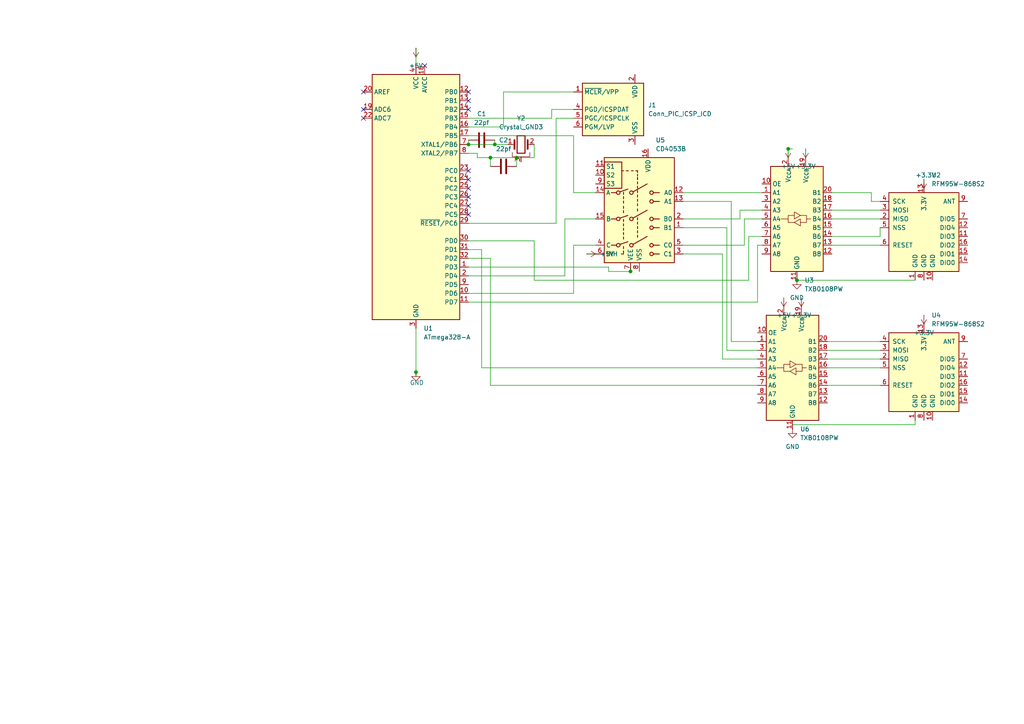
<source format=kicad_sch>
(kicad_sch
	(version 20231120)
	(generator "eeschema")
	(generator_version "8.0")
	(uuid "d141c836-f401-44d4-8406-59fc31f491e0")
	(paper "A4")
	(lib_symbols
		(symbol "Analog_Switch:CD4053B"
			(exclude_from_sim no)
			(in_bom yes)
			(on_board yes)
			(property "Reference" "U"
				(at -10.16 16.51 0)
				(effects
					(font
						(size 1.27 1.27)
					)
					(justify left)
				)
			)
			(property "Value" "CD4053B"
				(at 3.81 16.51 0)
				(effects
					(font
						(size 1.27 1.27)
					)
					(justify left)
				)
			)
			(property "Footprint" ""
				(at 3.81 -19.05 0)
				(effects
					(font
						(size 1.27 1.27)
					)
					(justify left)
					(hide yes)
				)
			)
			(property "Datasheet" "http://www.ti.com/lit/ds/symlink/cd4052b.pdf"
				(at -0.508 5.08 0)
				(effects
					(font
						(size 1.27 1.27)
					)
					(hide yes)
				)
			)
			(property "Description" "CMOS triple 2-channel analog multiplexer/demultiplexer, TSSOP-16/DIP-16/SOIC-16"
				(at 0 0 0)
				(effects
					(font
						(size 1.27 1.27)
					)
					(hide yes)
				)
			)
			(property "ki_keywords" "analog switch selector multiplexer"
				(at 0 0 0)
				(effects
					(font
						(size 1.27 1.27)
					)
					(hide yes)
				)
			)
			(property "ki_fp_filters" "TSSOP*4.4x5mm*P0.65mm* DIP*W7.62* SOIC*3.9x9.9mm*P1.27mm* SO*5.3x10.2mm*P1.27mm*"
				(at 0 0 0)
				(effects
					(font
						(size 1.27 1.27)
					)
					(hide yes)
				)
			)
			(symbol "CD4053B_0_1"
				(rectangle
					(start -10.16 6.35)
					(end -5.08 13.97)
					(stroke
						(width 0.254)
						(type default)
					)
					(fill
						(type none)
					)
				)
				(rectangle
					(start -10.16 15.24)
					(end 10.16 -15.24)
					(stroke
						(width 0.254)
						(type default)
					)
					(fill
						(type background)
					)
				)
				(circle
					(center -6.096 -10.16)
					(radius 0.508)
					(stroke
						(width 0.254)
						(type default)
					)
					(fill
						(type none)
					)
				)
				(circle
					(center -6.096 -2.54)
					(radius 0.508)
					(stroke
						(width 0.254)
						(type default)
					)
					(fill
						(type none)
					)
				)
				(circle
					(center -6.096 5.08)
					(radius 0.508)
					(stroke
						(width 0.254)
						(type default)
					)
					(fill
						(type none)
					)
				)
				(circle
					(center -2.286 -10.16)
					(radius 0.508)
					(stroke
						(width 0.254)
						(type default)
					)
					(fill
						(type none)
					)
				)
				(circle
					(center -2.286 -2.54)
					(radius 0.508)
					(stroke
						(width 0.254)
						(type default)
					)
					(fill
						(type none)
					)
				)
				(circle
					(center -2.286 5.08)
					(radius 0.508)
					(stroke
						(width 0.254)
						(type default)
					)
					(fill
						(type none)
					)
				)
				(polyline
					(pts
						(xy -8.128 -10.16) (xy -6.604 -10.16)
					)
					(stroke
						(width 0.254)
						(type default)
					)
					(fill
						(type none)
					)
				)
				(polyline
					(pts
						(xy -8.128 -2.54) (xy -6.604 -2.54)
					)
					(stroke
						(width 0.254)
						(type default)
					)
					(fill
						(type none)
					)
				)
				(polyline
					(pts
						(xy -8.128 5.08) (xy -6.604 5.08)
					)
					(stroke
						(width 0.254)
						(type default)
					)
					(fill
						(type none)
					)
				)
				(polyline
					(pts
						(xy -5.588 -9.906) (xy -3.302 -9.144)
					)
					(stroke
						(width 0.254)
						(type default)
					)
					(fill
						(type none)
					)
				)
				(polyline
					(pts
						(xy -5.588 -2.286) (xy -3.302 -1.524)
					)
					(stroke
						(width 0.254)
						(type default)
					)
					(fill
						(type none)
					)
				)
				(polyline
					(pts
						(xy -5.588 5.334) (xy -3.302 6.096)
					)
					(stroke
						(width 0.254)
						(type default)
					)
					(fill
						(type none)
					)
				)
				(polyline
					(pts
						(xy -4.572 -12.7) (xy -5.207 -12.7)
					)
					(stroke
						(width 0.254)
						(type default)
					)
					(fill
						(type none)
					)
				)
				(polyline
					(pts
						(xy -4.572 -12.446) (xy -4.572 -11.811)
					)
					(stroke
						(width 0.254)
						(type default)
					)
					(fill
						(type none)
					)
				)
				(polyline
					(pts
						(xy -4.572 -11.176) (xy -4.572 -10.541)
					)
					(stroke
						(width 0.254)
						(type default)
					)
					(fill
						(type none)
					)
				)
				(polyline
					(pts
						(xy -4.572 -8.382) (xy -4.572 -7.747)
					)
					(stroke
						(width 0.254)
						(type default)
					)
					(fill
						(type none)
					)
				)
				(polyline
					(pts
						(xy -4.572 -7.112) (xy -4.572 -6.477)
					)
					(stroke
						(width 0.254)
						(type default)
					)
					(fill
						(type none)
					)
				)
				(polyline
					(pts
						(xy -4.572 -5.842) (xy -4.572 -5.207)
					)
					(stroke
						(width 0.254)
						(type default)
					)
					(fill
						(type none)
					)
				)
				(polyline
					(pts
						(xy -4.572 -4.572) (xy -4.572 -3.937)
					)
					(stroke
						(width 0.254)
						(type default)
					)
					(fill
						(type none)
					)
				)
				(polyline
					(pts
						(xy -4.572 -3.302) (xy -4.572 -2.667)
					)
					(stroke
						(width 0.254)
						(type default)
					)
					(fill
						(type none)
					)
				)
				(polyline
					(pts
						(xy -4.572 -0.762) (xy -4.572 -0.127)
					)
					(stroke
						(width 0.254)
						(type default)
					)
					(fill
						(type none)
					)
				)
				(polyline
					(pts
						(xy -4.572 0.508) (xy -4.572 1.143)
					)
					(stroke
						(width 0.254)
						(type default)
					)
					(fill
						(type none)
					)
				)
				(polyline
					(pts
						(xy -4.572 2.032) (xy -4.572 2.667)
					)
					(stroke
						(width 0.254)
						(type default)
					)
					(fill
						(type none)
					)
				)
				(polyline
					(pts
						(xy -4.572 3.302) (xy -4.572 3.937)
					)
					(stroke
						(width 0.254)
						(type default)
					)
					(fill
						(type none)
					)
				)
				(polyline
					(pts
						(xy -4.572 4.572) (xy -4.572 5.207)
					)
					(stroke
						(width 0.254)
						(type default)
					)
					(fill
						(type none)
					)
				)
				(polyline
					(pts
						(xy -4.572 11.43) (xy -5.08 11.43)
					)
					(stroke
						(width 0.254)
						(type default)
					)
					(fill
						(type none)
					)
				)
				(polyline
					(pts
						(xy -3.81 11.43) (xy -3.175 11.43)
					)
					(stroke
						(width 0.254)
						(type default)
					)
					(fill
						(type none)
					)
				)
				(polyline
					(pts
						(xy -1.778 -9.906) (xy 2.286 -7.62)
					)
					(stroke
						(width 0.254)
						(type default)
					)
					(fill
						(type none)
					)
				)
				(polyline
					(pts
						(xy -1.778 -2.286) (xy 2.286 0)
					)
					(stroke
						(width 0.254)
						(type default)
					)
					(fill
						(type none)
					)
				)
				(polyline
					(pts
						(xy -1.778 5.334) (xy 2.286 7.62)
					)
					(stroke
						(width 0.254)
						(type default)
					)
					(fill
						(type none)
					)
				)
				(polyline
					(pts
						(xy -1.778 11.43) (xy -2.286 11.43)
					)
					(stroke
						(width 0.254)
						(type default)
					)
					(fill
						(type none)
					)
				)
				(polyline
					(pts
						(xy -0.508 -7.874) (xy -0.508 -7.239)
					)
					(stroke
						(width 0.254)
						(type default)
					)
					(fill
						(type none)
					)
				)
				(polyline
					(pts
						(xy -0.508 -6.604) (xy -0.508 -5.969)
					)
					(stroke
						(width 0.254)
						(type default)
					)
					(fill
						(type none)
					)
				)
				(polyline
					(pts
						(xy -0.508 -5.334) (xy -0.508 -4.699)
					)
					(stroke
						(width 0.254)
						(type default)
					)
					(fill
						(type none)
					)
				)
				(polyline
					(pts
						(xy -0.508 -4.064) (xy -0.508 -3.429)
					)
					(stroke
						(width 0.254)
						(type default)
					)
					(fill
						(type none)
					)
				)
				(polyline
					(pts
						(xy -0.508 -2.794) (xy -0.508 -2.159)
					)
					(stroke
						(width 0.254)
						(type default)
					)
					(fill
						(type none)
					)
				)
				(polyline
					(pts
						(xy -0.508 -0.254) (xy -0.508 0.381)
					)
					(stroke
						(width 0.254)
						(type default)
					)
					(fill
						(type none)
					)
				)
				(polyline
					(pts
						(xy -0.508 1.27) (xy -0.508 1.905)
					)
					(stroke
						(width 0.254)
						(type default)
					)
					(fill
						(type none)
					)
				)
				(polyline
					(pts
						(xy -0.508 2.54) (xy -0.508 3.175)
					)
					(stroke
						(width 0.254)
						(type default)
					)
					(fill
						(type none)
					)
				)
				(polyline
					(pts
						(xy -0.508 3.81) (xy -0.508 4.445)
					)
					(stroke
						(width 0.254)
						(type default)
					)
					(fill
						(type none)
					)
				)
				(polyline
					(pts
						(xy -0.508 5.08) (xy -0.508 5.715)
					)
					(stroke
						(width 0.254)
						(type default)
					)
					(fill
						(type none)
					)
				)
				(polyline
					(pts
						(xy -0.508 6.35) (xy -0.508 6.985)
					)
					(stroke
						(width 0.254)
						(type default)
					)
					(fill
						(type none)
					)
				)
				(polyline
					(pts
						(xy -0.508 7.62) (xy -0.508 8.255)
					)
					(stroke
						(width 0.254)
						(type default)
					)
					(fill
						(type none)
					)
				)
				(polyline
					(pts
						(xy -0.508 8.89) (xy -0.508 9.398)
					)
					(stroke
						(width 0.254)
						(type default)
					)
					(fill
						(type none)
					)
				)
				(polyline
					(pts
						(xy -0.508 8.89) (xy -0.508 9.525)
					)
					(stroke
						(width 0.254)
						(type default)
					)
					(fill
						(type none)
					)
				)
				(polyline
					(pts
						(xy -0.508 9.906) (xy -0.508 10.414)
					)
					(stroke
						(width 0.254)
						(type default)
					)
					(fill
						(type none)
					)
				)
				(polyline
					(pts
						(xy -0.508 10.922) (xy -0.508 11.43)
					)
					(stroke
						(width 0.254)
						(type default)
					)
					(fill
						(type none)
					)
				)
				(polyline
					(pts
						(xy -0.508 11.43) (xy -1.016 11.43)
					)
					(stroke
						(width 0.254)
						(type default)
					)
					(fill
						(type none)
					)
				)
				(polyline
					(pts
						(xy 4.064 -12.7) (xy 5.842 -12.7)
					)
					(stroke
						(width 0.254)
						(type default)
					)
					(fill
						(type none)
					)
				)
				(polyline
					(pts
						(xy 4.064 -10.16) (xy 5.842 -10.16)
					)
					(stroke
						(width 0.254)
						(type default)
					)
					(fill
						(type none)
					)
				)
				(polyline
					(pts
						(xy 4.064 -5.08) (xy 5.842 -5.08)
					)
					(stroke
						(width 0.254)
						(type default)
					)
					(fill
						(type none)
					)
				)
				(polyline
					(pts
						(xy 4.064 -2.54) (xy 5.842 -2.54)
					)
					(stroke
						(width 0.254)
						(type default)
					)
					(fill
						(type none)
					)
				)
				(polyline
					(pts
						(xy 4.064 2.54) (xy 5.842 2.54)
					)
					(stroke
						(width 0.254)
						(type default)
					)
					(fill
						(type none)
					)
				)
				(polyline
					(pts
						(xy 4.064 5.08) (xy 5.842 5.08)
					)
					(stroke
						(width 0.254)
						(type default)
					)
					(fill
						(type none)
					)
				)
				(circle
					(center 3.556 -12.7)
					(radius 0.508)
					(stroke
						(width 0.254)
						(type default)
					)
					(fill
						(type none)
					)
				)
				(circle
					(center 3.556 -10.16)
					(radius 0.508)
					(stroke
						(width 0.254)
						(type default)
					)
					(fill
						(type none)
					)
				)
				(circle
					(center 3.556 -5.08)
					(radius 0.508)
					(stroke
						(width 0.254)
						(type default)
					)
					(fill
						(type none)
					)
				)
				(circle
					(center 3.556 -2.54)
					(radius 0.508)
					(stroke
						(width 0.254)
						(type default)
					)
					(fill
						(type none)
					)
				)
				(circle
					(center 3.556 2.54)
					(radius 0.508)
					(stroke
						(width 0.254)
						(type default)
					)
					(fill
						(type none)
					)
				)
				(circle
					(center 3.556 5.08)
					(radius 0.508)
					(stroke
						(width 0.254)
						(type default)
					)
					(fill
						(type none)
					)
				)
			)
			(symbol "CD4053B_1_1"
				(pin bidirectional line
					(at 12.7 -5.08 180)
					(length 2.54)
					(name "B1"
						(effects
							(font
								(size 1.27 1.27)
							)
						)
					)
					(number "1"
						(effects
							(font
								(size 1.27 1.27)
							)
						)
					)
				)
				(pin input line
					(at -12.7 10.16 0)
					(length 2.54)
					(name "S2"
						(effects
							(font
								(size 1.27 1.27)
							)
						)
					)
					(number "10"
						(effects
							(font
								(size 1.27 1.27)
							)
						)
					)
				)
				(pin input line
					(at -12.7 12.7 0)
					(length 2.54)
					(name "S1"
						(effects
							(font
								(size 1.27 1.27)
							)
						)
					)
					(number "11"
						(effects
							(font
								(size 1.27 1.27)
							)
						)
					)
				)
				(pin bidirectional line
					(at 12.7 5.08 180)
					(length 2.54)
					(name "A0"
						(effects
							(font
								(size 1.27 1.27)
							)
						)
					)
					(number "12"
						(effects
							(font
								(size 1.27 1.27)
							)
						)
					)
				)
				(pin bidirectional line
					(at 12.7 2.54 180)
					(length 2.54)
					(name "A1"
						(effects
							(font
								(size 1.27 1.27)
							)
						)
					)
					(number "13"
						(effects
							(font
								(size 1.27 1.27)
							)
						)
					)
				)
				(pin bidirectional line
					(at -12.7 5.08 0)
					(length 2.54)
					(name "A"
						(effects
							(font
								(size 1.27 1.27)
							)
						)
					)
					(number "14"
						(effects
							(font
								(size 1.27 1.27)
							)
						)
					)
				)
				(pin bidirectional line
					(at -12.7 -2.54 0)
					(length 2.54)
					(name "B"
						(effects
							(font
								(size 1.27 1.27)
							)
						)
					)
					(number "15"
						(effects
							(font
								(size 1.27 1.27)
							)
						)
					)
				)
				(pin power_in line
					(at 2.54 17.78 270)
					(length 2.54)
					(name "VDD"
						(effects
							(font
								(size 1.27 1.27)
							)
						)
					)
					(number "16"
						(effects
							(font
								(size 1.27 1.27)
							)
						)
					)
				)
				(pin bidirectional line
					(at 12.7 -2.54 180)
					(length 2.54)
					(name "B0"
						(effects
							(font
								(size 1.27 1.27)
							)
						)
					)
					(number "2"
						(effects
							(font
								(size 1.27 1.27)
							)
						)
					)
				)
				(pin bidirectional line
					(at 12.7 -12.7 180)
					(length 2.54)
					(name "C1"
						(effects
							(font
								(size 1.27 1.27)
							)
						)
					)
					(number "3"
						(effects
							(font
								(size 1.27 1.27)
							)
						)
					)
				)
				(pin bidirectional line
					(at -12.7 -10.16 0)
					(length 2.54)
					(name "C"
						(effects
							(font
								(size 1.27 1.27)
							)
						)
					)
					(number "4"
						(effects
							(font
								(size 1.27 1.27)
							)
						)
					)
				)
				(pin bidirectional line
					(at 12.7 -10.16 180)
					(length 2.54)
					(name "C0"
						(effects
							(font
								(size 1.27 1.27)
							)
						)
					)
					(number "5"
						(effects
							(font
								(size 1.27 1.27)
							)
						)
					)
				)
				(pin input line
					(at -12.7 -12.7 0)
					(length 2.54)
					(name "INH"
						(effects
							(font
								(size 1.27 1.27)
							)
						)
					)
					(number "6"
						(effects
							(font
								(size 1.27 1.27)
							)
						)
					)
				)
				(pin power_in line
					(at -2.54 -17.78 90)
					(length 2.54)
					(name "VEE"
						(effects
							(font
								(size 1.27 1.27)
							)
						)
					)
					(number "7"
						(effects
							(font
								(size 1.27 1.27)
							)
						)
					)
				)
				(pin power_in line
					(at 0 -17.78 90)
					(length 2.54)
					(name "VSS"
						(effects
							(font
								(size 1.27 1.27)
							)
						)
					)
					(number "8"
						(effects
							(font
								(size 1.27 1.27)
							)
						)
					)
				)
				(pin input line
					(at -12.7 7.62 0)
					(length 2.54)
					(name "S3"
						(effects
							(font
								(size 1.27 1.27)
							)
						)
					)
					(number "9"
						(effects
							(font
								(size 1.27 1.27)
							)
						)
					)
				)
			)
		)
		(symbol "Connector:Conn_PIC_ICSP_ICD"
			(exclude_from_sim no)
			(in_bom yes)
			(on_board yes)
			(property "Reference" "J"
				(at 6.35 8.89 0)
				(effects
					(font
						(size 1.27 1.27)
					)
				)
			)
			(property "Value" "Conn_PIC_ICSP_ICD"
				(at -8.89 -1.27 90)
				(effects
					(font
						(size 1.27 1.27)
					)
				)
			)
			(property "Footprint" ""
				(at 1.27 3.81 0)
				(effects
					(font
						(size 1.27 1.27)
					)
					(hide yes)
				)
			)
			(property "Datasheet" "http://ww1.microchip.com/downloads/en/devicedoc/30277d.pdf"
				(at -7.62 -3.81 90)
				(effects
					(font
						(size 1.27 1.27)
					)
					(hide yes)
				)
			)
			(property "Description" "Microchip PIC In-Circuit Serial Programming/Debugging (ICSP/ICD) connector"
				(at 0 0 0)
				(effects
					(font
						(size 1.27 1.27)
					)
					(hide yes)
				)
			)
			(property "ki_keywords" "icsp icd pic microchip"
				(at 0 0 0)
				(effects
					(font
						(size 1.27 1.27)
					)
					(hide yes)
				)
			)
			(property "ki_fp_filters" "PinHeader*1x06*P2.54mm* PinSocket*1x06*P2.54mm*"
				(at 0 0 0)
				(effects
					(font
						(size 1.27 1.27)
					)
					(hide yes)
				)
			)
			(symbol "Conn_PIC_ICSP_ICD_0_1"
				(rectangle
					(start -7.62 7.62)
					(end 10.16 -7.62)
					(stroke
						(width 0.254)
						(type default)
					)
					(fill
						(type background)
					)
				)
			)
			(symbol "Conn_PIC_ICSP_ICD_1_1"
				(pin passive line
					(at 12.7 5.08 180)
					(length 2.54)
					(name "~{MCLR}/VPP"
						(effects
							(font
								(size 1.27 1.27)
							)
						)
					)
					(number "1"
						(effects
							(font
								(size 1.27 1.27)
							)
						)
					)
				)
				(pin passive line
					(at -5.08 10.16 270)
					(length 2.54)
					(name "VDD"
						(effects
							(font
								(size 1.27 1.27)
							)
						)
					)
					(number "2"
						(effects
							(font
								(size 1.27 1.27)
							)
						)
					)
				)
				(pin power_in line
					(at -5.08 -10.16 90)
					(length 2.54)
					(name "VSS"
						(effects
							(font
								(size 1.27 1.27)
							)
						)
					)
					(number "3"
						(effects
							(font
								(size 1.27 1.27)
							)
						)
					)
				)
				(pin bidirectional line
					(at 12.7 0 180)
					(length 2.54)
					(name "PGD/ICSPDAT"
						(effects
							(font
								(size 1.27 1.27)
							)
						)
					)
					(number "4"
						(effects
							(font
								(size 1.27 1.27)
							)
						)
					)
				)
				(pin output line
					(at 12.7 -2.54 180)
					(length 2.54)
					(name "PGC/ICSPCLK"
						(effects
							(font
								(size 1.27 1.27)
							)
						)
					)
					(number "5"
						(effects
							(font
								(size 1.27 1.27)
							)
						)
					)
				)
				(pin output line
					(at 12.7 -5.08 180)
					(length 2.54)
					(name "PGM/LVP"
						(effects
							(font
								(size 1.27 1.27)
							)
						)
					)
					(number "6"
						(effects
							(font
								(size 1.27 1.27)
							)
						)
					)
				)
			)
		)
		(symbol "Device:C"
			(pin_numbers hide)
			(pin_names
				(offset 0.254)
			)
			(exclude_from_sim no)
			(in_bom yes)
			(on_board yes)
			(property "Reference" "C"
				(at 0.635 2.54 0)
				(effects
					(font
						(size 1.27 1.27)
					)
					(justify left)
				)
			)
			(property "Value" "C"
				(at 0.635 -2.54 0)
				(effects
					(font
						(size 1.27 1.27)
					)
					(justify left)
				)
			)
			(property "Footprint" ""
				(at 0.9652 -3.81 0)
				(effects
					(font
						(size 1.27 1.27)
					)
					(hide yes)
				)
			)
			(property "Datasheet" "~"
				(at 0 0 0)
				(effects
					(font
						(size 1.27 1.27)
					)
					(hide yes)
				)
			)
			(property "Description" "Unpolarized capacitor"
				(at 0 0 0)
				(effects
					(font
						(size 1.27 1.27)
					)
					(hide yes)
				)
			)
			(property "ki_keywords" "cap capacitor"
				(at 0 0 0)
				(effects
					(font
						(size 1.27 1.27)
					)
					(hide yes)
				)
			)
			(property "ki_fp_filters" "C_*"
				(at 0 0 0)
				(effects
					(font
						(size 1.27 1.27)
					)
					(hide yes)
				)
			)
			(symbol "C_0_1"
				(polyline
					(pts
						(xy -2.032 -0.762) (xy 2.032 -0.762)
					)
					(stroke
						(width 0.508)
						(type default)
					)
					(fill
						(type none)
					)
				)
				(polyline
					(pts
						(xy -2.032 0.762) (xy 2.032 0.762)
					)
					(stroke
						(width 0.508)
						(type default)
					)
					(fill
						(type none)
					)
				)
			)
			(symbol "C_1_1"
				(pin passive line
					(at 0 3.81 270)
					(length 2.794)
					(name "~"
						(effects
							(font
								(size 1.27 1.27)
							)
						)
					)
					(number "1"
						(effects
							(font
								(size 1.27 1.27)
							)
						)
					)
				)
				(pin passive line
					(at 0 -3.81 90)
					(length 2.794)
					(name "~"
						(effects
							(font
								(size 1.27 1.27)
							)
						)
					)
					(number "2"
						(effects
							(font
								(size 1.27 1.27)
							)
						)
					)
				)
			)
		)
		(symbol "Device:Crystal_GND3"
			(pin_names
				(offset 1.016) hide)
			(exclude_from_sim no)
			(in_bom yes)
			(on_board yes)
			(property "Reference" "Y"
				(at 0 5.715 0)
				(effects
					(font
						(size 1.27 1.27)
					)
				)
			)
			(property "Value" "Crystal_GND3"
				(at 0 3.81 0)
				(effects
					(font
						(size 1.27 1.27)
					)
				)
			)
			(property "Footprint" ""
				(at 0 0 0)
				(effects
					(font
						(size 1.27 1.27)
					)
					(hide yes)
				)
			)
			(property "Datasheet" "~"
				(at 0 0 0)
				(effects
					(font
						(size 1.27 1.27)
					)
					(hide yes)
				)
			)
			(property "Description" "Three pin crystal, GND on pin 3"
				(at 0 0 0)
				(effects
					(font
						(size 1.27 1.27)
					)
					(hide yes)
				)
			)
			(property "ki_keywords" "quartz ceramic resonator oscillator"
				(at 0 0 0)
				(effects
					(font
						(size 1.27 1.27)
					)
					(hide yes)
				)
			)
			(property "ki_fp_filters" "Crystal*"
				(at 0 0 0)
				(effects
					(font
						(size 1.27 1.27)
					)
					(hide yes)
				)
			)
			(symbol "Crystal_GND3_0_1"
				(rectangle
					(start -1.143 2.54)
					(end 1.143 -2.54)
					(stroke
						(width 0.3048)
						(type default)
					)
					(fill
						(type none)
					)
				)
				(polyline
					(pts
						(xy -2.54 0) (xy -1.905 0)
					)
					(stroke
						(width 0)
						(type default)
					)
					(fill
						(type none)
					)
				)
				(polyline
					(pts
						(xy -1.905 -1.27) (xy -1.905 1.27)
					)
					(stroke
						(width 0.508)
						(type default)
					)
					(fill
						(type none)
					)
				)
				(polyline
					(pts
						(xy 0 -3.81) (xy 0 -3.556)
					)
					(stroke
						(width 0)
						(type default)
					)
					(fill
						(type none)
					)
				)
				(polyline
					(pts
						(xy 1.905 0) (xy 2.54 0)
					)
					(stroke
						(width 0)
						(type default)
					)
					(fill
						(type none)
					)
				)
				(polyline
					(pts
						(xy 1.905 1.27) (xy 1.905 -1.27)
					)
					(stroke
						(width 0.508)
						(type default)
					)
					(fill
						(type none)
					)
				)
				(polyline
					(pts
						(xy -2.54 -2.286) (xy -2.54 -3.556) (xy 2.54 -3.556) (xy 2.54 -2.286)
					)
					(stroke
						(width 0)
						(type default)
					)
					(fill
						(type none)
					)
				)
			)
			(symbol "Crystal_GND3_1_1"
				(pin passive line
					(at -3.81 0 0)
					(length 1.27)
					(name "1"
						(effects
							(font
								(size 1.27 1.27)
							)
						)
					)
					(number "1"
						(effects
							(font
								(size 1.27 1.27)
							)
						)
					)
				)
				(pin passive line
					(at 3.81 0 180)
					(length 1.27)
					(name "2"
						(effects
							(font
								(size 1.27 1.27)
							)
						)
					)
					(number "2"
						(effects
							(font
								(size 1.27 1.27)
							)
						)
					)
				)
				(pin passive line
					(at 0 -5.08 90)
					(length 1.27)
					(name "3"
						(effects
							(font
								(size 1.27 1.27)
							)
						)
					)
					(number "3"
						(effects
							(font
								(size 1.27 1.27)
							)
						)
					)
				)
			)
		)
		(symbol "Logic_LevelTranslator:TXB0108PW"
			(exclude_from_sim no)
			(in_bom yes)
			(on_board yes)
			(property "Reference" "U"
				(at -6.35 16.51 0)
				(effects
					(font
						(size 1.27 1.27)
					)
				)
			)
			(property "Value" "TXB0108PW"
				(at 3.81 16.51 0)
				(effects
					(font
						(size 1.27 1.27)
					)
					(justify left)
				)
			)
			(property "Footprint" "Package_SO:TSSOP-20_4.4x6.5mm_P0.65mm"
				(at 0 -19.05 0)
				(effects
					(font
						(size 1.27 1.27)
					)
					(hide yes)
				)
			)
			(property "Datasheet" "http://www.ti.com/lit/ds/symlink/txb0108.pdf"
				(at 0 -2.54 0)
				(effects
					(font
						(size 1.27 1.27)
					)
					(hide yes)
				)
			)
			(property "Description" "8-Bit Bidirectional Voltage-Level Translator, Auto Direction Sensing and ±15-kV ESD Protection, 1.2 - 3.6V APort, 1.65 - 5.5V BPort, TSSOP-20"
				(at 0 0 0)
				(effects
					(font
						(size 1.27 1.27)
					)
					(hide yes)
				)
			)
			(property "ki_keywords" "bidirectional voltage level translator"
				(at 0 0 0)
				(effects
					(font
						(size 1.27 1.27)
					)
					(hide yes)
				)
			)
			(property "ki_fp_filters" "TSSOP*4.4x6.5mm*P0.65mm*"
				(at 0 0 0)
				(effects
					(font
						(size 1.27 1.27)
					)
					(hide yes)
				)
			)
			(symbol "TXB0108PW_0_1"
				(rectangle
					(start -7.62 15.24)
					(end 7.62 -15.24)
					(stroke
						(width 0.254)
						(type default)
					)
					(fill
						(type background)
					)
				)
				(polyline
					(pts
						(xy -2.54 0) (xy -2.54 1.016) (xy -0.762 1.016)
					)
					(stroke
						(width 0)
						(type default)
					)
					(fill
						(type none)
					)
				)
				(polyline
					(pts
						(xy 2.794 0) (xy 2.794 -1.016) (xy 1.016 -1.016)
					)
					(stroke
						(width 0)
						(type default)
					)
					(fill
						(type none)
					)
				)
				(polyline
					(pts
						(xy -0.762 -1.016) (xy -2.54 -1.016) (xy -2.54 0) (xy -4.572 0)
					)
					(stroke
						(width 0)
						(type default)
					)
					(fill
						(type none)
					)
				)
				(polyline
					(pts
						(xy -0.762 -1.016) (xy 1.016 0) (xy 1.016 -2.032) (xy -0.762 -1.016)
					)
					(stroke
						(width 0)
						(type default)
					)
					(fill
						(type none)
					)
				)
				(polyline
					(pts
						(xy 1.016 1.016) (xy -0.762 0) (xy -0.762 2.032) (xy 1.016 1.016)
					)
					(stroke
						(width 0)
						(type default)
					)
					(fill
						(type none)
					)
				)
				(polyline
					(pts
						(xy 1.016 1.016) (xy 2.794 1.016) (xy 2.794 0) (xy 4.064 0)
					)
					(stroke
						(width 0)
						(type default)
					)
					(fill
						(type none)
					)
				)
			)
			(symbol "TXB0108PW_1_1"
				(pin bidirectional line
					(at -10.16 7.62 0)
					(length 2.54)
					(name "A1"
						(effects
							(font
								(size 1.27 1.27)
							)
						)
					)
					(number "1"
						(effects
							(font
								(size 1.27 1.27)
							)
						)
					)
				)
				(pin input line
					(at -10.16 10.16 0)
					(length 2.54)
					(name "OE"
						(effects
							(font
								(size 1.27 1.27)
							)
						)
					)
					(number "10"
						(effects
							(font
								(size 1.27 1.27)
							)
						)
					)
				)
				(pin power_in line
					(at 0 -17.78 90)
					(length 2.54)
					(name "GND"
						(effects
							(font
								(size 1.27 1.27)
							)
						)
					)
					(number "11"
						(effects
							(font
								(size 1.27 1.27)
							)
						)
					)
				)
				(pin bidirectional line
					(at 10.16 -10.16 180)
					(length 2.54)
					(name "B8"
						(effects
							(font
								(size 1.27 1.27)
							)
						)
					)
					(number "12"
						(effects
							(font
								(size 1.27 1.27)
							)
						)
					)
				)
				(pin bidirectional line
					(at 10.16 -7.62 180)
					(length 2.54)
					(name "B7"
						(effects
							(font
								(size 1.27 1.27)
							)
						)
					)
					(number "13"
						(effects
							(font
								(size 1.27 1.27)
							)
						)
					)
				)
				(pin bidirectional line
					(at 10.16 -5.08 180)
					(length 2.54)
					(name "B6"
						(effects
							(font
								(size 1.27 1.27)
							)
						)
					)
					(number "14"
						(effects
							(font
								(size 1.27 1.27)
							)
						)
					)
				)
				(pin bidirectional line
					(at 10.16 -2.54 180)
					(length 2.54)
					(name "B5"
						(effects
							(font
								(size 1.27 1.27)
							)
						)
					)
					(number "15"
						(effects
							(font
								(size 1.27 1.27)
							)
						)
					)
				)
				(pin bidirectional line
					(at 10.16 0 180)
					(length 2.54)
					(name "B4"
						(effects
							(font
								(size 1.27 1.27)
							)
						)
					)
					(number "16"
						(effects
							(font
								(size 1.27 1.27)
							)
						)
					)
				)
				(pin bidirectional line
					(at 10.16 2.54 180)
					(length 2.54)
					(name "B3"
						(effects
							(font
								(size 1.27 1.27)
							)
						)
					)
					(number "17"
						(effects
							(font
								(size 1.27 1.27)
							)
						)
					)
				)
				(pin bidirectional line
					(at 10.16 5.08 180)
					(length 2.54)
					(name "B2"
						(effects
							(font
								(size 1.27 1.27)
							)
						)
					)
					(number "18"
						(effects
							(font
								(size 1.27 1.27)
							)
						)
					)
				)
				(pin power_in line
					(at 2.54 17.78 270)
					(length 2.54)
					(name "V_{CCB}"
						(effects
							(font
								(size 1.27 1.27)
							)
						)
					)
					(number "19"
						(effects
							(font
								(size 1.27 1.27)
							)
						)
					)
				)
				(pin power_in line
					(at -2.54 17.78 270)
					(length 2.54)
					(name "V_{CCA}"
						(effects
							(font
								(size 1.27 1.27)
							)
						)
					)
					(number "2"
						(effects
							(font
								(size 1.27 1.27)
							)
						)
					)
				)
				(pin bidirectional line
					(at 10.16 7.62 180)
					(length 2.54)
					(name "B1"
						(effects
							(font
								(size 1.27 1.27)
							)
						)
					)
					(number "20"
						(effects
							(font
								(size 1.27 1.27)
							)
						)
					)
				)
				(pin bidirectional line
					(at -10.16 5.08 0)
					(length 2.54)
					(name "A2"
						(effects
							(font
								(size 1.27 1.27)
							)
						)
					)
					(number "3"
						(effects
							(font
								(size 1.27 1.27)
							)
						)
					)
				)
				(pin bidirectional line
					(at -10.16 2.54 0)
					(length 2.54)
					(name "A3"
						(effects
							(font
								(size 1.27 1.27)
							)
						)
					)
					(number "4"
						(effects
							(font
								(size 1.27 1.27)
							)
						)
					)
				)
				(pin bidirectional line
					(at -10.16 0 0)
					(length 2.54)
					(name "A4"
						(effects
							(font
								(size 1.27 1.27)
							)
						)
					)
					(number "5"
						(effects
							(font
								(size 1.27 1.27)
							)
						)
					)
				)
				(pin bidirectional line
					(at -10.16 -2.54 0)
					(length 2.54)
					(name "A5"
						(effects
							(font
								(size 1.27 1.27)
							)
						)
					)
					(number "6"
						(effects
							(font
								(size 1.27 1.27)
							)
						)
					)
				)
				(pin bidirectional line
					(at -10.16 -5.08 0)
					(length 2.54)
					(name "A6"
						(effects
							(font
								(size 1.27 1.27)
							)
						)
					)
					(number "7"
						(effects
							(font
								(size 1.27 1.27)
							)
						)
					)
				)
				(pin bidirectional line
					(at -10.16 -7.62 0)
					(length 2.54)
					(name "A7"
						(effects
							(font
								(size 1.27 1.27)
							)
						)
					)
					(number "8"
						(effects
							(font
								(size 1.27 1.27)
							)
						)
					)
				)
				(pin bidirectional line
					(at -10.16 -10.16 0)
					(length 2.54)
					(name "A8"
						(effects
							(font
								(size 1.27 1.27)
							)
						)
					)
					(number "9"
						(effects
							(font
								(size 1.27 1.27)
							)
						)
					)
				)
			)
		)
		(symbol "MCU_Microchip_ATmega:ATmega328-A"
			(exclude_from_sim no)
			(in_bom yes)
			(on_board yes)
			(property "Reference" "U"
				(at -12.7 36.83 0)
				(effects
					(font
						(size 1.27 1.27)
					)
					(justify left bottom)
				)
			)
			(property "Value" "ATmega328-A"
				(at 2.54 -36.83 0)
				(effects
					(font
						(size 1.27 1.27)
					)
					(justify left top)
				)
			)
			(property "Footprint" "Package_QFP:TQFP-32_7x7mm_P0.8mm"
				(at 0 0 0)
				(effects
					(font
						(size 1.27 1.27)
						(italic yes)
					)
					(hide yes)
				)
			)
			(property "Datasheet" "http://ww1.microchip.com/downloads/en/DeviceDoc/ATmega328_P%20AVR%20MCU%20with%20picoPower%20Technology%20Data%20Sheet%2040001984A.pdf"
				(at 0 0 0)
				(effects
					(font
						(size 1.27 1.27)
					)
					(hide yes)
				)
			)
			(property "Description" "20MHz, 32kB Flash, 2kB SRAM, 1kB EEPROM, TQFP-32"
				(at 0 0 0)
				(effects
					(font
						(size 1.27 1.27)
					)
					(hide yes)
				)
			)
			(property "ki_keywords" "AVR 8bit Microcontroller MegaAVR"
				(at 0 0 0)
				(effects
					(font
						(size 1.27 1.27)
					)
					(hide yes)
				)
			)
			(property "ki_fp_filters" "TQFP*7x7mm*P0.8mm*"
				(at 0 0 0)
				(effects
					(font
						(size 1.27 1.27)
					)
					(hide yes)
				)
			)
			(symbol "ATmega328-A_0_1"
				(rectangle
					(start -12.7 -35.56)
					(end 12.7 35.56)
					(stroke
						(width 0.254)
						(type default)
					)
					(fill
						(type background)
					)
				)
			)
			(symbol "ATmega328-A_1_1"
				(pin bidirectional line
					(at 15.24 -20.32 180)
					(length 2.54)
					(name "PD3"
						(effects
							(font
								(size 1.27 1.27)
							)
						)
					)
					(number "1"
						(effects
							(font
								(size 1.27 1.27)
							)
						)
					)
				)
				(pin bidirectional line
					(at 15.24 -27.94 180)
					(length 2.54)
					(name "PD6"
						(effects
							(font
								(size 1.27 1.27)
							)
						)
					)
					(number "10"
						(effects
							(font
								(size 1.27 1.27)
							)
						)
					)
				)
				(pin bidirectional line
					(at 15.24 -30.48 180)
					(length 2.54)
					(name "PD7"
						(effects
							(font
								(size 1.27 1.27)
							)
						)
					)
					(number "11"
						(effects
							(font
								(size 1.27 1.27)
							)
						)
					)
				)
				(pin bidirectional line
					(at 15.24 30.48 180)
					(length 2.54)
					(name "PB0"
						(effects
							(font
								(size 1.27 1.27)
							)
						)
					)
					(number "12"
						(effects
							(font
								(size 1.27 1.27)
							)
						)
					)
				)
				(pin bidirectional line
					(at 15.24 27.94 180)
					(length 2.54)
					(name "PB1"
						(effects
							(font
								(size 1.27 1.27)
							)
						)
					)
					(number "13"
						(effects
							(font
								(size 1.27 1.27)
							)
						)
					)
				)
				(pin bidirectional line
					(at 15.24 25.4 180)
					(length 2.54)
					(name "PB2"
						(effects
							(font
								(size 1.27 1.27)
							)
						)
					)
					(number "14"
						(effects
							(font
								(size 1.27 1.27)
							)
						)
					)
				)
				(pin bidirectional line
					(at 15.24 22.86 180)
					(length 2.54)
					(name "PB3"
						(effects
							(font
								(size 1.27 1.27)
							)
						)
					)
					(number "15"
						(effects
							(font
								(size 1.27 1.27)
							)
						)
					)
				)
				(pin bidirectional line
					(at 15.24 20.32 180)
					(length 2.54)
					(name "PB4"
						(effects
							(font
								(size 1.27 1.27)
							)
						)
					)
					(number "16"
						(effects
							(font
								(size 1.27 1.27)
							)
						)
					)
				)
				(pin bidirectional line
					(at 15.24 17.78 180)
					(length 2.54)
					(name "PB5"
						(effects
							(font
								(size 1.27 1.27)
							)
						)
					)
					(number "17"
						(effects
							(font
								(size 1.27 1.27)
							)
						)
					)
				)
				(pin power_in line
					(at 2.54 38.1 270)
					(length 2.54)
					(name "AVCC"
						(effects
							(font
								(size 1.27 1.27)
							)
						)
					)
					(number "18"
						(effects
							(font
								(size 1.27 1.27)
							)
						)
					)
				)
				(pin input line
					(at -15.24 25.4 0)
					(length 2.54)
					(name "ADC6"
						(effects
							(font
								(size 1.27 1.27)
							)
						)
					)
					(number "19"
						(effects
							(font
								(size 1.27 1.27)
							)
						)
					)
				)
				(pin bidirectional line
					(at 15.24 -22.86 180)
					(length 2.54)
					(name "PD4"
						(effects
							(font
								(size 1.27 1.27)
							)
						)
					)
					(number "2"
						(effects
							(font
								(size 1.27 1.27)
							)
						)
					)
				)
				(pin passive line
					(at -15.24 30.48 0)
					(length 2.54)
					(name "AREF"
						(effects
							(font
								(size 1.27 1.27)
							)
						)
					)
					(number "20"
						(effects
							(font
								(size 1.27 1.27)
							)
						)
					)
				)
				(pin passive line
					(at 0 -38.1 90)
					(length 2.54) hide
					(name "GND"
						(effects
							(font
								(size 1.27 1.27)
							)
						)
					)
					(number "21"
						(effects
							(font
								(size 1.27 1.27)
							)
						)
					)
				)
				(pin input line
					(at -15.24 22.86 0)
					(length 2.54)
					(name "ADC7"
						(effects
							(font
								(size 1.27 1.27)
							)
						)
					)
					(number "22"
						(effects
							(font
								(size 1.27 1.27)
							)
						)
					)
				)
				(pin bidirectional line
					(at 15.24 7.62 180)
					(length 2.54)
					(name "PC0"
						(effects
							(font
								(size 1.27 1.27)
							)
						)
					)
					(number "23"
						(effects
							(font
								(size 1.27 1.27)
							)
						)
					)
				)
				(pin bidirectional line
					(at 15.24 5.08 180)
					(length 2.54)
					(name "PC1"
						(effects
							(font
								(size 1.27 1.27)
							)
						)
					)
					(number "24"
						(effects
							(font
								(size 1.27 1.27)
							)
						)
					)
				)
				(pin bidirectional line
					(at 15.24 2.54 180)
					(length 2.54)
					(name "PC2"
						(effects
							(font
								(size 1.27 1.27)
							)
						)
					)
					(number "25"
						(effects
							(font
								(size 1.27 1.27)
							)
						)
					)
				)
				(pin bidirectional line
					(at 15.24 0 180)
					(length 2.54)
					(name "PC3"
						(effects
							(font
								(size 1.27 1.27)
							)
						)
					)
					(number "26"
						(effects
							(font
								(size 1.27 1.27)
							)
						)
					)
				)
				(pin bidirectional line
					(at 15.24 -2.54 180)
					(length 2.54)
					(name "PC4"
						(effects
							(font
								(size 1.27 1.27)
							)
						)
					)
					(number "27"
						(effects
							(font
								(size 1.27 1.27)
							)
						)
					)
				)
				(pin bidirectional line
					(at 15.24 -5.08 180)
					(length 2.54)
					(name "PC5"
						(effects
							(font
								(size 1.27 1.27)
							)
						)
					)
					(number "28"
						(effects
							(font
								(size 1.27 1.27)
							)
						)
					)
				)
				(pin bidirectional line
					(at 15.24 -7.62 180)
					(length 2.54)
					(name "~{RESET}/PC6"
						(effects
							(font
								(size 1.27 1.27)
							)
						)
					)
					(number "29"
						(effects
							(font
								(size 1.27 1.27)
							)
						)
					)
				)
				(pin power_in line
					(at 0 -38.1 90)
					(length 2.54)
					(name "GND"
						(effects
							(font
								(size 1.27 1.27)
							)
						)
					)
					(number "3"
						(effects
							(font
								(size 1.27 1.27)
							)
						)
					)
				)
				(pin bidirectional line
					(at 15.24 -12.7 180)
					(length 2.54)
					(name "PD0"
						(effects
							(font
								(size 1.27 1.27)
							)
						)
					)
					(number "30"
						(effects
							(font
								(size 1.27 1.27)
							)
						)
					)
				)
				(pin bidirectional line
					(at 15.24 -15.24 180)
					(length 2.54)
					(name "PD1"
						(effects
							(font
								(size 1.27 1.27)
							)
						)
					)
					(number "31"
						(effects
							(font
								(size 1.27 1.27)
							)
						)
					)
				)
				(pin bidirectional line
					(at 15.24 -17.78 180)
					(length 2.54)
					(name "PD2"
						(effects
							(font
								(size 1.27 1.27)
							)
						)
					)
					(number "32"
						(effects
							(font
								(size 1.27 1.27)
							)
						)
					)
				)
				(pin power_in line
					(at 0 38.1 270)
					(length 2.54)
					(name "VCC"
						(effects
							(font
								(size 1.27 1.27)
							)
						)
					)
					(number "4"
						(effects
							(font
								(size 1.27 1.27)
							)
						)
					)
				)
				(pin passive line
					(at 0 -38.1 90)
					(length 2.54) hide
					(name "GND"
						(effects
							(font
								(size 1.27 1.27)
							)
						)
					)
					(number "5"
						(effects
							(font
								(size 1.27 1.27)
							)
						)
					)
				)
				(pin passive line
					(at 0 38.1 270)
					(length 2.54) hide
					(name "VCC"
						(effects
							(font
								(size 1.27 1.27)
							)
						)
					)
					(number "6"
						(effects
							(font
								(size 1.27 1.27)
							)
						)
					)
				)
				(pin bidirectional line
					(at 15.24 15.24 180)
					(length 2.54)
					(name "XTAL1/PB6"
						(effects
							(font
								(size 1.27 1.27)
							)
						)
					)
					(number "7"
						(effects
							(font
								(size 1.27 1.27)
							)
						)
					)
				)
				(pin bidirectional line
					(at 15.24 12.7 180)
					(length 2.54)
					(name "XTAL2/PB7"
						(effects
							(font
								(size 1.27 1.27)
							)
						)
					)
					(number "8"
						(effects
							(font
								(size 1.27 1.27)
							)
						)
					)
				)
				(pin bidirectional line
					(at 15.24 -25.4 180)
					(length 2.54)
					(name "PD5"
						(effects
							(font
								(size 1.27 1.27)
							)
						)
					)
					(number "9"
						(effects
							(font
								(size 1.27 1.27)
							)
						)
					)
				)
			)
		)
		(symbol "RF_Module:RFM95W-868S2"
			(pin_names
				(offset 1.016)
			)
			(exclude_from_sim no)
			(in_bom yes)
			(on_board yes)
			(property "Reference" "U"
				(at -10.414 11.684 0)
				(effects
					(font
						(size 1.27 1.27)
					)
					(justify left)
				)
			)
			(property "Value" "RFM95W-868S2"
				(at 1.524 11.43 0)
				(effects
					(font
						(size 1.27 1.27)
					)
					(justify left)
				)
			)
			(property "Footprint" ""
				(at -83.82 41.91 0)
				(effects
					(font
						(size 1.27 1.27)
					)
					(hide yes)
				)
			)
			(property "Datasheet" "https://www.hoperf.com/data/upload/portal/20181127/5bfcbea20e9ef.pdf"
				(at -83.82 41.91 0)
				(effects
					(font
						(size 1.27 1.27)
					)
					(hide yes)
				)
			)
			(property "Description" "Low power long range transceiver module, SPI and parallel interface, 868 MHz, spreading factor 6 to12, bandwidth 7.8 to 500kHz, -111 to -148 dBm, SMD-16, DIP-16"
				(at 0 0 0)
				(effects
					(font
						(size 1.27 1.27)
					)
					(hide yes)
				)
			)
			(property "ki_keywords" "Low power long range transceiver module"
				(at 0 0 0)
				(effects
					(font
						(size 1.27 1.27)
					)
					(hide yes)
				)
			)
			(property "ki_fp_filters" "HOPERF*RFM9XW*"
				(at 0 0 0)
				(effects
					(font
						(size 1.27 1.27)
					)
					(hide yes)
				)
			)
			(symbol "RFM95W-868S2_0_1"
				(rectangle
					(start -10.16 10.16)
					(end 10.16 -12.7)
					(stroke
						(width 0.254)
						(type default)
					)
					(fill
						(type background)
					)
				)
			)
			(symbol "RFM95W-868S2_1_1"
				(pin power_in line
					(at -2.54 -15.24 90)
					(length 2.54)
					(name "GND"
						(effects
							(font
								(size 1.27 1.27)
							)
						)
					)
					(number "1"
						(effects
							(font
								(size 1.27 1.27)
							)
						)
					)
				)
				(pin power_in line
					(at 2.54 -15.24 90)
					(length 2.54)
					(name "GND"
						(effects
							(font
								(size 1.27 1.27)
							)
						)
					)
					(number "10"
						(effects
							(font
								(size 1.27 1.27)
							)
						)
					)
				)
				(pin bidirectional line
					(at 12.7 -2.54 180)
					(length 2.54)
					(name "DIO3"
						(effects
							(font
								(size 1.27 1.27)
							)
						)
					)
					(number "11"
						(effects
							(font
								(size 1.27 1.27)
							)
						)
					)
				)
				(pin bidirectional line
					(at 12.7 0 180)
					(length 2.54)
					(name "DIO4"
						(effects
							(font
								(size 1.27 1.27)
							)
						)
					)
					(number "12"
						(effects
							(font
								(size 1.27 1.27)
							)
						)
					)
				)
				(pin power_in line
					(at 0 12.7 270)
					(length 2.54)
					(name "3.3V"
						(effects
							(font
								(size 1.27 1.27)
							)
						)
					)
					(number "13"
						(effects
							(font
								(size 1.27 1.27)
							)
						)
					)
				)
				(pin bidirectional line
					(at 12.7 -10.16 180)
					(length 2.54)
					(name "DIO0"
						(effects
							(font
								(size 1.27 1.27)
							)
						)
					)
					(number "14"
						(effects
							(font
								(size 1.27 1.27)
							)
						)
					)
				)
				(pin bidirectional line
					(at 12.7 -7.62 180)
					(length 2.54)
					(name "DIO1"
						(effects
							(font
								(size 1.27 1.27)
							)
						)
					)
					(number "15"
						(effects
							(font
								(size 1.27 1.27)
							)
						)
					)
				)
				(pin bidirectional line
					(at 12.7 -5.08 180)
					(length 2.54)
					(name "DIO2"
						(effects
							(font
								(size 1.27 1.27)
							)
						)
					)
					(number "16"
						(effects
							(font
								(size 1.27 1.27)
							)
						)
					)
				)
				(pin output line
					(at -12.7 2.54 0)
					(length 2.54)
					(name "MISO"
						(effects
							(font
								(size 1.27 1.27)
							)
						)
					)
					(number "2"
						(effects
							(font
								(size 1.27 1.27)
							)
						)
					)
				)
				(pin input line
					(at -12.7 5.08 0)
					(length 2.54)
					(name "MOSI"
						(effects
							(font
								(size 1.27 1.27)
							)
						)
					)
					(number "3"
						(effects
							(font
								(size 1.27 1.27)
							)
						)
					)
				)
				(pin input line
					(at -12.7 7.62 0)
					(length 2.54)
					(name "SCK"
						(effects
							(font
								(size 1.27 1.27)
							)
						)
					)
					(number "4"
						(effects
							(font
								(size 1.27 1.27)
							)
						)
					)
				)
				(pin input line
					(at -12.7 0 0)
					(length 2.54)
					(name "NSS"
						(effects
							(font
								(size 1.27 1.27)
							)
						)
					)
					(number "5"
						(effects
							(font
								(size 1.27 1.27)
							)
						)
					)
				)
				(pin bidirectional line
					(at -12.7 -5.08 0)
					(length 2.54)
					(name "RESET"
						(effects
							(font
								(size 1.27 1.27)
							)
						)
					)
					(number "6"
						(effects
							(font
								(size 1.27 1.27)
							)
						)
					)
				)
				(pin bidirectional line
					(at 12.7 2.54 180)
					(length 2.54)
					(name "DIO5"
						(effects
							(font
								(size 1.27 1.27)
							)
						)
					)
					(number "7"
						(effects
							(font
								(size 1.27 1.27)
							)
						)
					)
				)
				(pin power_in line
					(at 0 -15.24 90)
					(length 2.54)
					(name "GND"
						(effects
							(font
								(size 1.27 1.27)
							)
						)
					)
					(number "8"
						(effects
							(font
								(size 1.27 1.27)
							)
						)
					)
				)
				(pin bidirectional line
					(at 12.7 7.62 180)
					(length 2.54)
					(name "ANT"
						(effects
							(font
								(size 1.27 1.27)
							)
						)
					)
					(number "9"
						(effects
							(font
								(size 1.27 1.27)
							)
						)
					)
				)
			)
		)
		(symbol "power:+3.3V"
			(power)
			(pin_numbers hide)
			(pin_names
				(offset 0) hide)
			(exclude_from_sim no)
			(in_bom yes)
			(on_board yes)
			(property "Reference" "#PWR"
				(at 0 -3.81 0)
				(effects
					(font
						(size 1.27 1.27)
					)
					(hide yes)
				)
			)
			(property "Value" "+3.3V"
				(at 0 3.556 0)
				(effects
					(font
						(size 1.27 1.27)
					)
				)
			)
			(property "Footprint" ""
				(at 0 0 0)
				(effects
					(font
						(size 1.27 1.27)
					)
					(hide yes)
				)
			)
			(property "Datasheet" ""
				(at 0 0 0)
				(effects
					(font
						(size 1.27 1.27)
					)
					(hide yes)
				)
			)
			(property "Description" "Power symbol creates a global label with name \"+3.3V\""
				(at 0 0 0)
				(effects
					(font
						(size 1.27 1.27)
					)
					(hide yes)
				)
			)
			(property "ki_keywords" "global power"
				(at 0 0 0)
				(effects
					(font
						(size 1.27 1.27)
					)
					(hide yes)
				)
			)
			(symbol "+3.3V_0_1"
				(polyline
					(pts
						(xy -0.762 1.27) (xy 0 2.54)
					)
					(stroke
						(width 0)
						(type default)
					)
					(fill
						(type none)
					)
				)
				(polyline
					(pts
						(xy 0 0) (xy 0 2.54)
					)
					(stroke
						(width 0)
						(type default)
					)
					(fill
						(type none)
					)
				)
				(polyline
					(pts
						(xy 0 2.54) (xy 0.762 1.27)
					)
					(stroke
						(width 0)
						(type default)
					)
					(fill
						(type none)
					)
				)
			)
			(symbol "+3.3V_1_1"
				(pin power_in line
					(at 0 0 90)
					(length 0)
					(name "~"
						(effects
							(font
								(size 1.27 1.27)
							)
						)
					)
					(number "1"
						(effects
							(font
								(size 1.27 1.27)
							)
						)
					)
				)
			)
		)
		(symbol "power:+5V"
			(power)
			(pin_numbers hide)
			(pin_names
				(offset 0) hide)
			(exclude_from_sim no)
			(in_bom yes)
			(on_board yes)
			(property "Reference" "#PWR"
				(at 0 -3.81 0)
				(effects
					(font
						(size 1.27 1.27)
					)
					(hide yes)
				)
			)
			(property "Value" "+5V"
				(at 0 3.556 0)
				(effects
					(font
						(size 1.27 1.27)
					)
				)
			)
			(property "Footprint" ""
				(at 0 0 0)
				(effects
					(font
						(size 1.27 1.27)
					)
					(hide yes)
				)
			)
			(property "Datasheet" ""
				(at 0 0 0)
				(effects
					(font
						(size 1.27 1.27)
					)
					(hide yes)
				)
			)
			(property "Description" "Power symbol creates a global label with name \"+5V\""
				(at 0 0 0)
				(effects
					(font
						(size 1.27 1.27)
					)
					(hide yes)
				)
			)
			(property "ki_keywords" "global power"
				(at 0 0 0)
				(effects
					(font
						(size 1.27 1.27)
					)
					(hide yes)
				)
			)
			(symbol "+5V_0_1"
				(polyline
					(pts
						(xy -0.762 1.27) (xy 0 2.54)
					)
					(stroke
						(width 0)
						(type default)
					)
					(fill
						(type none)
					)
				)
				(polyline
					(pts
						(xy 0 0) (xy 0 2.54)
					)
					(stroke
						(width 0)
						(type default)
					)
					(fill
						(type none)
					)
				)
				(polyline
					(pts
						(xy 0 2.54) (xy 0.762 1.27)
					)
					(stroke
						(width 0)
						(type default)
					)
					(fill
						(type none)
					)
				)
			)
			(symbol "+5V_1_1"
				(pin power_in line
					(at 0 0 90)
					(length 0)
					(name "~"
						(effects
							(font
								(size 1.27 1.27)
							)
						)
					)
					(number "1"
						(effects
							(font
								(size 1.27 1.27)
							)
						)
					)
				)
			)
		)
		(symbol "power:GND"
			(power)
			(pin_numbers hide)
			(pin_names
				(offset 0) hide)
			(exclude_from_sim no)
			(in_bom yes)
			(on_board yes)
			(property "Reference" "#PWR"
				(at 0 -6.35 0)
				(effects
					(font
						(size 1.27 1.27)
					)
					(hide yes)
				)
			)
			(property "Value" "GND"
				(at 0 -3.81 0)
				(effects
					(font
						(size 1.27 1.27)
					)
				)
			)
			(property "Footprint" ""
				(at 0 0 0)
				(effects
					(font
						(size 1.27 1.27)
					)
					(hide yes)
				)
			)
			(property "Datasheet" ""
				(at 0 0 0)
				(effects
					(font
						(size 1.27 1.27)
					)
					(hide yes)
				)
			)
			(property "Description" "Power symbol creates a global label with name \"GND\" , ground"
				(at 0 0 0)
				(effects
					(font
						(size 1.27 1.27)
					)
					(hide yes)
				)
			)
			(property "ki_keywords" "global power"
				(at 0 0 0)
				(effects
					(font
						(size 1.27 1.27)
					)
					(hide yes)
				)
			)
			(symbol "GND_0_1"
				(polyline
					(pts
						(xy 0 0) (xy 0 -1.27) (xy 1.27 -1.27) (xy 0 -2.54) (xy -1.27 -1.27) (xy 0 -1.27)
					)
					(stroke
						(width 0)
						(type default)
					)
					(fill
						(type none)
					)
				)
			)
			(symbol "GND_1_1"
				(pin power_in line
					(at 0 0 270)
					(length 0)
					(name "~"
						(effects
							(font
								(size 1.27 1.27)
							)
						)
					)
					(number "1"
						(effects
							(font
								(size 1.27 1.27)
							)
						)
					)
				)
			)
		)
	)
	(junction
		(at 143.51 41.91)
		(diameter 0)
		(color 0 0 0 0)
		(uuid "0f9b12ec-161e-4b1b-9b22-121814e509ae")
	)
	(junction
		(at 149.86 45.72)
		(diameter 0)
		(color 0 0 0 0)
		(uuid "15ccecdb-e433-41a4-903a-f8d18d2fd3b0")
	)
	(junction
		(at 142.24 45.72)
		(diameter 0)
		(color 0 0 0 0)
		(uuid "44d4f6c3-20c5-4e7f-8742-6b239ef8dd10")
	)
	(junction
		(at 182.88 78.74)
		(diameter 0)
		(color 0 0 0 0)
		(uuid "62c99703-fdff-46fa-b932-dda924c4636f")
	)
	(junction
		(at 228.6 43.18)
		(diameter 0)
		(color 0 0 0 0)
		(uuid "8d2a3e93-2218-4d80-a0e3-b985f3c390b2")
	)
	(junction
		(at 120.65 107.95)
		(diameter 0)
		(color 0 0 0 0)
		(uuid "b244bb2b-27f4-4406-8b90-06383b2ad7b4")
	)
	(junction
		(at 135.89 41.91)
		(diameter 0)
		(color 0 0 0 0)
		(uuid "b912226b-758a-4986-ac5d-f0d3b3c3ac4b")
	)
	(junction
		(at 231.14 81.28)
		(diameter 0)
		(color 0 0 0 0)
		(uuid "ffa28cc6-df50-42c1-8d10-38869987318f")
	)
	(no_connect
		(at 135.89 31.75)
		(uuid "3f9873ca-9453-4182-8a97-e84a23418840")
	)
	(no_connect
		(at 105.41 26.67)
		(uuid "4254af89-86d8-4b9c-8d10-1e4eb85ac6bb")
	)
	(no_connect
		(at 135.89 26.67)
		(uuid "5b0059d7-9217-4002-845b-1cf95bfbf686")
	)
	(no_connect
		(at 123.19 19.05)
		(uuid "62f6d64c-887c-4237-9bc4-fd7076d6c30f")
	)
	(no_connect
		(at 135.89 49.53)
		(uuid "7db89e6e-53ee-44df-a916-2585e5f2ef94")
	)
	(no_connect
		(at 105.41 31.75)
		(uuid "850607f1-900c-4506-83c3-97afed3fdb32")
	)
	(no_connect
		(at 135.89 52.07)
		(uuid "ae21ae60-fd89-4e74-a179-47da9216a255")
	)
	(no_connect
		(at 135.89 57.15)
		(uuid "b5dff97d-a6b3-4e42-b1e6-5bb36189d05c")
	)
	(no_connect
		(at 135.89 59.69)
		(uuid "bf71eda3-08b2-4bc3-bd7d-cec9b6658caf")
	)
	(no_connect
		(at 135.89 54.61)
		(uuid "c7e36180-1ccc-4c84-85c7-5d79a3ad8d0b")
	)
	(no_connect
		(at 135.89 29.21)
		(uuid "d7cdef04-8b91-42a9-8640-45a5782f67f3")
	)
	(no_connect
		(at 135.89 62.23)
		(uuid "dc842a20-a7e1-4f82-9d5e-9ebd64bca131")
	)
	(no_connect
		(at 105.41 34.29)
		(uuid "f58db55e-62ec-4d6e-93e2-88309d68d36d")
	)
	(wire
		(pts
			(xy 240.03 104.14) (xy 255.27 104.14)
		)
		(stroke
			(width 0)
			(type default)
		)
		(uuid "02ff2b57-0b6e-4129-936d-fcd5f7cc19a0")
	)
	(wire
		(pts
			(xy 265.43 121.92) (xy 265.43 123.19)
		)
		(stroke
			(width 0)
			(type default)
		)
		(uuid "03835c14-4a4f-4983-9db0-2a6a69d782ab")
	)
	(wire
		(pts
			(xy 209.55 104.14) (xy 209.55 73.66)
		)
		(stroke
			(width 0)
			(type default)
		)
		(uuid "04e466e5-d39d-4be1-8d20-732def6c6423")
	)
	(wire
		(pts
			(xy 240.03 106.68) (xy 255.27 106.68)
		)
		(stroke
			(width 0)
			(type default)
		)
		(uuid "08e86699-5df2-4fcf-978f-6673299aead6")
	)
	(wire
		(pts
			(xy 135.89 41.91) (xy 143.51 41.91)
		)
		(stroke
			(width 0)
			(type default)
		)
		(uuid "0e628523-9358-4ff6-b3e9-3f6953073f72")
	)
	(wire
		(pts
			(xy 240.03 111.76) (xy 255.27 111.76)
		)
		(stroke
			(width 0)
			(type default)
		)
		(uuid "118a8439-31ab-407e-9c01-040c5ba50179")
	)
	(wire
		(pts
			(xy 219.71 71.12) (xy 219.71 87.63)
		)
		(stroke
			(width 0)
			(type default)
		)
		(uuid "12758898-866a-4f45-92f7-2b513e007f05")
	)
	(wire
		(pts
			(xy 146.05 36.83) (xy 146.05 26.67)
		)
		(stroke
			(width 0)
			(type default)
		)
		(uuid "13cfd801-0923-4bfe-b49a-5917248d0f72")
	)
	(wire
		(pts
			(xy 252.73 55.88) (xy 252.73 58.42)
		)
		(stroke
			(width 0)
			(type default)
		)
		(uuid "19e64441-1f37-4c15-8130-c1db80eabc0f")
	)
	(wire
		(pts
			(xy 120.65 13.97) (xy 120.65 19.05)
		)
		(stroke
			(width 0)
			(type default)
		)
		(uuid "1a335657-2d87-495b-b4f3-8b34c3809f04")
	)
	(wire
		(pts
			(xy 209.55 73.66) (xy 198.12 73.66)
		)
		(stroke
			(width 0)
			(type default)
		)
		(uuid "1b8535bc-c239-4158-829f-c1b1ce98710a")
	)
	(wire
		(pts
			(xy 143.51 40.64) (xy 143.51 41.91)
		)
		(stroke
			(width 0)
			(type default)
		)
		(uuid "244f1d79-fb9d-4cc9-9cfa-dff49a09205a")
	)
	(wire
		(pts
			(xy 163.83 63.5) (xy 172.72 63.5)
		)
		(stroke
			(width 0)
			(type default)
		)
		(uuid "26c6d08d-310a-40f7-90ca-727c66829332")
	)
	(wire
		(pts
			(xy 138.43 45.72) (xy 138.43 44.45)
		)
		(stroke
			(width 0)
			(type default)
		)
		(uuid "27099b54-5ce3-4c0b-a067-b4d5e82de3a8")
	)
	(wire
		(pts
			(xy 120.65 95.25) (xy 120.65 107.95)
		)
		(stroke
			(width 0)
			(type default)
		)
		(uuid "3435a1b7-c287-4f2d-80c3-aebf8bf737e7")
	)
	(wire
		(pts
			(xy 143.51 41.91) (xy 147.32 41.91)
		)
		(stroke
			(width 0)
			(type default)
		)
		(uuid "359ba6b0-2947-4022-99aa-d416e46dab73")
	)
	(wire
		(pts
			(xy 166.37 55.88) (xy 172.72 55.88)
		)
		(stroke
			(width 0)
			(type default)
		)
		(uuid "3752cd59-2548-43ce-8fe5-f1e3f922b0dd")
	)
	(wire
		(pts
			(xy 210.82 101.6) (xy 210.82 66.04)
		)
		(stroke
			(width 0)
			(type default)
		)
		(uuid "38899886-eec9-431a-bf0b-bca77d0199bb")
	)
	(wire
		(pts
			(xy 154.94 81.28) (xy 154.94 69.85)
		)
		(stroke
			(width 0)
			(type default)
		)
		(uuid "3a0bf328-1c32-4315-9237-c979eeeee6df")
	)
	(wire
		(pts
			(xy 198.12 55.88) (xy 220.98 55.88)
		)
		(stroke
			(width 0)
			(type default)
		)
		(uuid "3aeca516-b6cf-4034-a285-9fe4eeece23f")
	)
	(wire
		(pts
			(xy 135.89 44.45) (xy 138.43 44.45)
		)
		(stroke
			(width 0)
			(type default)
		)
		(uuid "4179a100-2e2a-4503-bf69-61fe05728be6")
	)
	(wire
		(pts
			(xy 241.3 68.58) (xy 255.27 68.58)
		)
		(stroke
			(width 0)
			(type default)
		)
		(uuid "46ceae20-f2fc-44e0-bda7-a83a99cbd1c8")
	)
	(wire
		(pts
			(xy 228.6 43.18) (xy 229.87 43.18)
		)
		(stroke
			(width 0)
			(type default)
		)
		(uuid "47c88987-1a90-48ff-9bef-a070ad995f19")
	)
	(wire
		(pts
			(xy 120.65 107.95) (xy 120.65 109.22)
		)
		(stroke
			(width 0)
			(type default)
		)
		(uuid "49200017-97ab-4f5a-8586-f4b4cc6ce289")
	)
	(wire
		(pts
			(xy 154.94 41.91) (xy 154.94 45.72)
		)
		(stroke
			(width 0)
			(type default)
		)
		(uuid "4b040007-07d9-441e-930f-db60880dd93c")
	)
	(wire
		(pts
			(xy 252.73 58.42) (xy 255.27 58.42)
		)
		(stroke
			(width 0)
			(type default)
		)
		(uuid "4e3ea4c6-d275-4062-9e16-28f77675edb4")
	)
	(wire
		(pts
			(xy 214.63 63.5) (xy 198.12 63.5)
		)
		(stroke
			(width 0)
			(type default)
		)
		(uuid "4e9811af-1532-4301-9a61-8129dffac45f")
	)
	(wire
		(pts
			(xy 149.86 45.72) (xy 142.24 45.72)
		)
		(stroke
			(width 0)
			(type default)
		)
		(uuid "508f9800-1d5b-487b-b643-47c5a604f41f")
	)
	(wire
		(pts
			(xy 161.29 64.77) (xy 135.89 64.77)
		)
		(stroke
			(width 0)
			(type default)
		)
		(uuid "5528f23d-4da5-4c67-b1e7-109028f47d43")
	)
	(wire
		(pts
			(xy 215.9 63.5) (xy 215.9 71.12)
		)
		(stroke
			(width 0)
			(type default)
		)
		(uuid "58245a6d-a87a-4e72-b41f-e365416482e7")
	)
	(wire
		(pts
			(xy 160.02 31.75) (xy 160.02 34.29)
		)
		(stroke
			(width 0)
			(type default)
		)
		(uuid "5f18c53a-7d63-46bd-95be-ec7901446ec6")
	)
	(wire
		(pts
			(xy 217.17 68.58) (xy 220.98 68.58)
		)
		(stroke
			(width 0)
			(type default)
		)
		(uuid "5f29dcdb-3545-42b5-a5ca-4cd6db3f61d5")
	)
	(wire
		(pts
			(xy 170.18 73.66) (xy 172.72 73.66)
		)
		(stroke
			(width 0)
			(type default)
		)
		(uuid "6226d910-6092-4a57-a630-d74629991739")
	)
	(wire
		(pts
			(xy 182.88 77.47) (xy 182.88 78.74)
		)
		(stroke
			(width 0)
			(type default)
		)
		(uuid "654c0f7f-eb01-4c93-8431-ca1706f07033")
	)
	(wire
		(pts
			(xy 220.98 63.5) (xy 215.9 63.5)
		)
		(stroke
			(width 0)
			(type default)
		)
		(uuid "695b8afe-918c-4c49-bcc1-0432013a25cd")
	)
	(wire
		(pts
			(xy 240.03 101.6) (xy 255.27 101.6)
		)
		(stroke
			(width 0)
			(type default)
		)
		(uuid "6b110510-1a6d-4a59-ba4f-a0d084ecb6ae")
	)
	(wire
		(pts
			(xy 267.97 53.34) (xy 267.97 52.07)
		)
		(stroke
			(width 0)
			(type default)
		)
		(uuid "6d68d53a-9142-4f0e-b7e5-d0df0bacd1b3")
	)
	(wire
		(pts
			(xy 219.71 106.68) (xy 139.7 106.68)
		)
		(stroke
			(width 0)
			(type default)
		)
		(uuid "7490eb2a-fb80-49cf-8ac0-794d84c0c211")
	)
	(wire
		(pts
			(xy 135.89 77.47) (xy 176.53 77.47)
		)
		(stroke
			(width 0)
			(type default)
		)
		(uuid "77abd0de-9e91-4dc9-b290-c199dcc2e74a")
	)
	(wire
		(pts
			(xy 212.09 99.06) (xy 212.09 58.42)
		)
		(stroke
			(width 0)
			(type default)
		)
		(uuid "7bfcc5c9-c398-4207-ae1e-2120554f2c51")
	)
	(wire
		(pts
			(xy 229.87 123.19) (xy 265.43 123.19)
		)
		(stroke
			(width 0)
			(type default)
		)
		(uuid "7feddbed-db7d-4ba4-b35e-02af0864cb1c")
	)
	(wire
		(pts
			(xy 228.6 43.18) (xy 228.6 45.72)
		)
		(stroke
			(width 0)
			(type default)
		)
		(uuid "82cb145f-c459-499a-a59c-4329e64d4429")
	)
	(wire
		(pts
			(xy 149.86 45.72) (xy 149.86 48.26)
		)
		(stroke
			(width 0)
			(type default)
		)
		(uuid "84a37a7e-a18c-4713-aa8f-27e5389bd4ad")
	)
	(wire
		(pts
			(xy 219.71 99.06) (xy 212.09 99.06)
		)
		(stroke
			(width 0)
			(type default)
		)
		(uuid "85fd6a77-808c-416f-9ba6-6f5173bad92a")
	)
	(wire
		(pts
			(xy 215.9 71.12) (xy 198.12 71.12)
		)
		(stroke
			(width 0)
			(type default)
		)
		(uuid "92b8f6ca-dfc0-4631-a931-bd8ab91ce0b7")
	)
	(wire
		(pts
			(xy 135.89 87.63) (xy 219.71 87.63)
		)
		(stroke
			(width 0)
			(type default)
		)
		(uuid "96556823-ae81-4150-85ab-c812b4180052")
	)
	(wire
		(pts
			(xy 154.94 45.72) (xy 149.86 45.72)
		)
		(stroke
			(width 0)
			(type default)
		)
		(uuid "966d0373-6d29-4f7c-9e01-e1da1c31929e")
	)
	(wire
		(pts
			(xy 217.17 68.58) (xy 217.17 81.28)
		)
		(stroke
			(width 0)
			(type default)
		)
		(uuid "969a02f5-f48a-4a7b-9d9d-2bc0d7e492e3")
	)
	(wire
		(pts
			(xy 198.12 58.42) (xy 212.09 58.42)
		)
		(stroke
			(width 0)
			(type default)
		)
		(uuid "998896e3-acd3-4bf3-ace5-3c662a8242b0")
	)
	(wire
		(pts
			(xy 161.29 34.29) (xy 161.29 64.77)
		)
		(stroke
			(width 0)
			(type default)
		)
		(uuid "99a8de19-5a1f-4dd6-ac6d-094a799675cb")
	)
	(wire
		(pts
			(xy 219.71 104.14) (xy 209.55 104.14)
		)
		(stroke
			(width 0)
			(type default)
		)
		(uuid "a08f2a76-cfc2-47fc-b7ec-9ed1bb69abc4")
	)
	(wire
		(pts
			(xy 166.37 39.37) (xy 166.37 55.88)
		)
		(stroke
			(width 0)
			(type default)
		)
		(uuid "a196932d-3759-4524-b7f7-7cbf39789fcd")
	)
	(wire
		(pts
			(xy 172.72 71.12) (xy 166.37 71.12)
		)
		(stroke
			(width 0)
			(type default)
		)
		(uuid "a3e92e8e-6394-4b7c-8e1d-6e7249e997cb")
	)
	(wire
		(pts
			(xy 139.7 72.39) (xy 135.89 72.39)
		)
		(stroke
			(width 0)
			(type default)
		)
		(uuid "a4c3cf41-9290-4ba8-8946-240d6d8bea6e")
	)
	(wire
		(pts
			(xy 176.53 77.47) (xy 176.53 78.74)
		)
		(stroke
			(width 0)
			(type default)
		)
		(uuid "a9de0ae5-2b82-4deb-bb53-867c07712070")
	)
	(wire
		(pts
			(xy 231.14 81.28) (xy 265.43 81.28)
		)
		(stroke
			(width 0)
			(type default)
		)
		(uuid "aa90bb3b-e83f-41da-b2d8-0f98f2d5e81a")
	)
	(wire
		(pts
			(xy 142.24 74.93) (xy 135.89 74.93)
		)
		(stroke
			(width 0)
			(type default)
		)
		(uuid "ac6c206b-7743-4d77-bfda-24b4be9562f6")
	)
	(wire
		(pts
			(xy 135.89 39.37) (xy 166.37 39.37)
		)
		(stroke
			(width 0)
			(type default)
		)
		(uuid "b1162eb3-45bd-4893-9b37-85cc9cf1bdcf")
	)
	(wire
		(pts
			(xy 255.27 68.58) (xy 255.27 66.04)
		)
		(stroke
			(width 0)
			(type default)
		)
		(uuid "b3d13d4c-4efc-4114-b1d3-1be09b46627d")
	)
	(wire
		(pts
			(xy 135.89 80.01) (xy 163.83 80.01)
		)
		(stroke
			(width 0)
			(type default)
		)
		(uuid "b46db21a-49d8-4f28-979d-032ec85b410b")
	)
	(wire
		(pts
			(xy 135.89 41.91) (xy 135.89 40.64)
		)
		(stroke
			(width 0)
			(type default)
		)
		(uuid "b9b5302a-88d2-4741-bcda-70c26b3e1838")
	)
	(wire
		(pts
			(xy 154.94 69.85) (xy 135.89 69.85)
		)
		(stroke
			(width 0)
			(type default)
		)
		(uuid "bf72bcdc-153f-4f55-b8f7-245e592b3807")
	)
	(wire
		(pts
			(xy 214.63 60.96) (xy 214.63 63.5)
		)
		(stroke
			(width 0)
			(type default)
		)
		(uuid "c06037fe-4ed7-40a9-bcbe-5aa335d07a75")
	)
	(wire
		(pts
			(xy 142.24 111.76) (xy 142.24 74.93)
		)
		(stroke
			(width 0)
			(type default)
		)
		(uuid "c747b25b-eefa-490a-92e9-6827dec081c1")
	)
	(wire
		(pts
			(xy 241.3 60.96) (xy 255.27 60.96)
		)
		(stroke
			(width 0)
			(type default)
		)
		(uuid "c9d44111-023f-4a16-87af-4df2cb9522fc")
	)
	(wire
		(pts
			(xy 233.68 43.18) (xy 233.68 45.72)
		)
		(stroke
			(width 0)
			(type default)
		)
		(uuid "ce1bf6b3-8c91-4cc1-8ffa-10f640d9d21d")
	)
	(wire
		(pts
			(xy 166.37 71.12) (xy 166.37 85.09)
		)
		(stroke
			(width 0)
			(type default)
		)
		(uuid "ce36cc93-a0f8-4b4e-84c4-ed3a9db060a2")
	)
	(wire
		(pts
			(xy 139.7 106.68) (xy 139.7 72.39)
		)
		(stroke
			(width 0)
			(type default)
		)
		(uuid "d3415454-b23f-4bd4-b4aa-5d31017eacc0")
	)
	(wire
		(pts
			(xy 176.53 78.74) (xy 182.88 78.74)
		)
		(stroke
			(width 0)
			(type default)
		)
		(uuid "d84c33fe-05f3-4cfa-9147-85d40906ba1f")
	)
	(wire
		(pts
			(xy 241.3 63.5) (xy 255.27 63.5)
		)
		(stroke
			(width 0)
			(type default)
		)
		(uuid "db55e144-b592-4302-8df7-426f41a18d43")
	)
	(wire
		(pts
			(xy 240.03 99.06) (xy 255.27 99.06)
		)
		(stroke
			(width 0)
			(type default)
		)
		(uuid "ded1439b-c6dc-43d0-b15e-fe7b267a550b")
	)
	(wire
		(pts
			(xy 241.3 71.12) (xy 255.27 71.12)
		)
		(stroke
			(width 0)
			(type default)
		)
		(uuid "e08843eb-31db-4d5b-958f-d4fc99ccaf2f")
	)
	(wire
		(pts
			(xy 146.05 26.67) (xy 166.37 26.67)
		)
		(stroke
			(width 0)
			(type default)
		)
		(uuid "e1bb9718-ec11-47e0-8843-9b0f37fdd436")
	)
	(wire
		(pts
			(xy 135.89 85.09) (xy 166.37 85.09)
		)
		(stroke
			(width 0)
			(type default)
		)
		(uuid "e486c79e-fd7c-4b97-962e-746c922f443b")
	)
	(wire
		(pts
			(xy 160.02 34.29) (xy 135.89 34.29)
		)
		(stroke
			(width 0)
			(type default)
		)
		(uuid "e7d87cde-83e6-4660-8b18-9efe8d50fc78")
	)
	(wire
		(pts
			(xy 220.98 60.96) (xy 214.63 60.96)
		)
		(stroke
			(width 0)
			(type default)
		)
		(uuid "e801c1a6-afbb-446a-a673-59a74834f875")
	)
	(wire
		(pts
			(xy 142.24 45.72) (xy 142.24 48.26)
		)
		(stroke
			(width 0)
			(type default)
		)
		(uuid "e8606f0d-ac3e-4e53-adec-6d4abdef623b")
	)
	(wire
		(pts
			(xy 163.83 80.01) (xy 163.83 63.5)
		)
		(stroke
			(width 0)
			(type default)
		)
		(uuid "e9c4e415-c9f0-48e6-97c7-53d5a53c3a3f")
	)
	(wire
		(pts
			(xy 142.24 45.72) (xy 138.43 45.72)
		)
		(stroke
			(width 0)
			(type default)
		)
		(uuid "eeae9b3f-7b40-433a-92c3-72a84a5ca151")
	)
	(wire
		(pts
			(xy 210.82 66.04) (xy 198.12 66.04)
		)
		(stroke
			(width 0)
			(type default)
		)
		(uuid "f0a6281b-0e17-4eba-aab5-f0f4c295eb40")
	)
	(wire
		(pts
			(xy 219.71 111.76) (xy 142.24 111.76)
		)
		(stroke
			(width 0)
			(type default)
		)
		(uuid "f0f05829-4e9e-47d1-86e8-595972d520f2")
	)
	(wire
		(pts
			(xy 219.71 101.6) (xy 210.82 101.6)
		)
		(stroke
			(width 0)
			(type default)
		)
		(uuid "f219bdfc-fe0a-4ada-94e3-960b4aa415a8")
	)
	(wire
		(pts
			(xy 161.29 34.29) (xy 166.37 34.29)
		)
		(stroke
			(width 0)
			(type default)
		)
		(uuid "f2ec7347-5805-4245-9074-b9439137b632")
	)
	(wire
		(pts
			(xy 220.98 71.12) (xy 219.71 71.12)
		)
		(stroke
			(width 0)
			(type default)
		)
		(uuid "f5e2cc2d-8f81-450c-bd65-3ae748bd2bce")
	)
	(wire
		(pts
			(xy 252.73 55.88) (xy 241.3 55.88)
		)
		(stroke
			(width 0)
			(type default)
		)
		(uuid "fbe3637d-1aac-4a98-9aca-330a9f229b85")
	)
	(wire
		(pts
			(xy 160.02 31.75) (xy 166.37 31.75)
		)
		(stroke
			(width 0)
			(type default)
		)
		(uuid "fe12c178-d015-4aa1-b9c8-2712491e6bc7")
	)
	(wire
		(pts
			(xy 217.17 81.28) (xy 154.94 81.28)
		)
		(stroke
			(width 0)
			(type default)
		)
		(uuid "fe498579-822e-4778-913e-34ba9545d03b")
	)
	(wire
		(pts
			(xy 135.89 36.83) (xy 146.05 36.83)
		)
		(stroke
			(width 0)
			(type default)
		)
		(uuid "fee984e4-1d50-4276-89c4-f954252a646e")
	)
	(symbol
		(lib_id "power:+3.3V")
		(at 232.41 86.36 0)
		(mirror x)
		(unit 1)
		(exclude_from_sim no)
		(in_bom yes)
		(on_board yes)
		(dnp no)
		(fields_autoplaced yes)
		(uuid "02e377e3-8b88-42c3-9156-d51628bf81b2")
		(property "Reference" "#PWR010"
			(at 232.41 82.55 0)
			(effects
				(font
					(size 1.27 1.27)
				)
				(hide yes)
			)
		)
		(property "Value" "+3.3V"
			(at 232.41 91.44 0)
			(effects
				(font
					(size 1.27 1.27)
				)
			)
		)
		(property "Footprint" ""
			(at 232.41 86.36 0)
			(effects
				(font
					(size 1.27 1.27)
				)
				(hide yes)
			)
		)
		(property "Datasheet" ""
			(at 232.41 86.36 0)
			(effects
				(font
					(size 1.27 1.27)
				)
				(hide yes)
			)
		)
		(property "Description" "Power symbol creates a global label with name \"+3.3V\""
			(at 232.41 86.36 0)
			(effects
				(font
					(size 1.27 1.27)
				)
				(hide yes)
			)
		)
		(pin "1"
			(uuid "fddb2aa9-d88e-4513-943b-196d904f8f7c")
		)
		(instances
			(project "vehicle base station"
				(path "/d141c836-f401-44d4-8406-59fc31f491e0"
					(reference "#PWR010")
					(unit 1)
				)
			)
		)
	)
	(symbol
		(lib_id "MCU_Microchip_ATmega:ATmega328-A")
		(at 120.65 57.15 0)
		(unit 1)
		(exclude_from_sim no)
		(in_bom yes)
		(on_board yes)
		(dnp no)
		(fields_autoplaced yes)
		(uuid "06b63343-fcb7-43b0-91f6-b06d06f290e7")
		(property "Reference" "U1"
			(at 122.8441 95.25 0)
			(effects
				(font
					(size 1.27 1.27)
				)
				(justify left)
			)
		)
		(property "Value" "ATmega328-A"
			(at 122.8441 97.79 0)
			(effects
				(font
					(size 1.27 1.27)
				)
				(justify left)
			)
		)
		(property "Footprint" "Package_QFP:TQFP-32_7x7mm_P0.8mm"
			(at 120.65 57.15 0)
			(effects
				(font
					(size 1.27 1.27)
					(italic yes)
				)
				(hide yes)
			)
		)
		(property "Datasheet" "http://ww1.microchip.com/downloads/en/DeviceDoc/ATmega328_P%20AVR%20MCU%20with%20picoPower%20Technology%20Data%20Sheet%2040001984A.pdf"
			(at 120.65 57.15 0)
			(effects
				(font
					(size 1.27 1.27)
				)
				(hide yes)
			)
		)
		(property "Description" "20MHz, 32kB Flash, 2kB SRAM, 1kB EEPROM, TQFP-32"
			(at 120.65 57.15 0)
			(effects
				(font
					(size 1.27 1.27)
				)
				(hide yes)
			)
		)
		(pin "25"
			(uuid "92d8dcdb-2307-46e2-926a-dec70266fe55")
		)
		(pin "14"
			(uuid "2190112e-79e3-450f-9890-e18a0bd77195")
		)
		(pin "21"
			(uuid "77cc39c5-5e24-438c-9613-daa8ecfd1a3d")
		)
		(pin "10"
			(uuid "7349bebf-0ea1-4393-9d4c-f4006dd8303f")
		)
		(pin "29"
			(uuid "f1cbda6c-a9ad-4c5e-90f6-c325b88aed02")
		)
		(pin "26"
			(uuid "65d91828-2aab-4a7d-8965-a2a6dbc5c0b7")
		)
		(pin "4"
			(uuid "6733dd1e-a955-4641-8ebd-08e4d3d4b93a")
		)
		(pin "24"
			(uuid "3990f39a-0219-475e-88d8-0e9cec62b7f1")
		)
		(pin "20"
			(uuid "58e44034-0adb-45ca-910c-79bb751ba510")
		)
		(pin "17"
			(uuid "4524ea1b-8419-44a3-b97f-e052f6f88d03")
		)
		(pin "23"
			(uuid "ab29f04c-f5bd-4c1d-be7a-83887476845b")
		)
		(pin "3"
			(uuid "29bd39f6-2556-4ad7-8061-f4f37207a5ad")
		)
		(pin "27"
			(uuid "3e02b31f-6a40-4267-b79c-9e98b2314bb6")
		)
		(pin "30"
			(uuid "7fe5ff2a-d1d2-46fb-9eed-255ee8374d14")
		)
		(pin "2"
			(uuid "038bfd5c-1de1-42a9-8ccb-6f648a518485")
		)
		(pin "13"
			(uuid "8965763f-762e-400f-b1dd-c720d8ec9845")
		)
		(pin "8"
			(uuid "c5d278c7-6331-4b72-9ac0-8b5c7aba0f31")
		)
		(pin "28"
			(uuid "46c7e04c-b547-4f2d-9712-37eccc9b9cad")
		)
		(pin "11"
			(uuid "ba2942a6-be1e-4936-8373-f841241c0f84")
		)
		(pin "12"
			(uuid "5d164a93-13cd-4723-8656-7f242095dee6")
		)
		(pin "22"
			(uuid "16ba544f-1fd7-4414-91d0-3b8dad26c41e")
		)
		(pin "19"
			(uuid "af74aa63-50bc-4115-b26a-f46252abf0f7")
		)
		(pin "16"
			(uuid "28d381e4-de5e-4a91-8fca-254b0183d573")
		)
		(pin "9"
			(uuid "326f96ff-ef73-4f74-be1c-faeba931f3ed")
		)
		(pin "1"
			(uuid "1ad9aac9-cfe8-461e-aefb-6403f607f9f9")
		)
		(pin "6"
			(uuid "17de5761-cc4e-4736-8552-0f1efbd56db3")
		)
		(pin "18"
			(uuid "1c69ced7-d5bb-4ea2-bec0-59bd3634fc9b")
		)
		(pin "7"
			(uuid "fbf3bcc2-716d-4599-8616-fe3b7513a986")
		)
		(pin "31"
			(uuid "db3a592f-df1c-4b46-9b33-a66a346ad9d1")
		)
		(pin "32"
			(uuid "7d686d07-90c3-46c9-be10-06906a5c2c5a")
		)
		(pin "15"
			(uuid "bb695bcb-8a52-4e85-8069-5849c316d80e")
		)
		(pin "5"
			(uuid "2ba647e4-deea-493e-a5ad-16ad5cccd194")
		)
		(instances
			(project "vehicle base station"
				(path "/d141c836-f401-44d4-8406-59fc31f491e0"
					(reference "U1")
					(unit 1)
				)
			)
		)
	)
	(symbol
		(lib_id "Connector:Conn_PIC_ICSP_ICD")
		(at 179.07 31.75 0)
		(mirror y)
		(unit 1)
		(exclude_from_sim no)
		(in_bom yes)
		(on_board yes)
		(dnp no)
		(fields_autoplaced yes)
		(uuid "19606901-7a42-47be-bab6-97324ac2f7b0")
		(property "Reference" "J1"
			(at 187.96 30.4799 0)
			(effects
				(font
					(size 1.27 1.27)
				)
				(justify right)
			)
		)
		(property "Value" "Conn_PIC_ICSP_ICD"
			(at 187.96 33.0199 0)
			(effects
				(font
					(size 1.27 1.27)
				)
				(justify right)
			)
		)
		(property "Footprint" "Connector_PinHeader_2.54mm:PinHeader_2x03_P2.54mm_Vertical_SMD"
			(at 177.8 27.94 0)
			(effects
				(font
					(size 1.27 1.27)
				)
				(hide yes)
			)
		)
		(property "Datasheet" "http://ww1.microchip.com/downloads/en/devicedoc/30277d.pdf"
			(at 186.69 35.56 90)
			(effects
				(font
					(size 1.27 1.27)
				)
				(hide yes)
			)
		)
		(property "Description" "Microchip PIC In-Circuit Serial Programming/Debugging (ICSP/ICD) connector"
			(at 179.07 31.75 0)
			(effects
				(font
					(size 1.27 1.27)
				)
				(hide yes)
			)
		)
		(pin "2"
			(uuid "3654cc03-ffeb-4789-ba95-682c32863ae8")
		)
		(pin "5"
			(uuid "53a7ddad-a7d0-4274-9baa-3138e0caf4cd")
		)
		(pin "3"
			(uuid "bb049844-0228-4086-b868-d143260b3ee6")
		)
		(pin "1"
			(uuid "59bb3219-b86a-4b1d-acb3-e6031aed8543")
		)
		(pin "4"
			(uuid "724f84d0-dbbe-4e42-9dbe-a0caa25cc332")
		)
		(pin "6"
			(uuid "47009240-0b8e-4856-b880-f3a66861d553")
		)
		(instances
			(project "vehicle base station"
				(path "/d141c836-f401-44d4-8406-59fc31f491e0"
					(reference "J1")
					(unit 1)
				)
			)
		)
	)
	(symbol
		(lib_id "power:GND")
		(at 231.14 81.28 0)
		(unit 1)
		(exclude_from_sim no)
		(in_bom yes)
		(on_board yes)
		(dnp no)
		(fields_autoplaced yes)
		(uuid "1c1a670b-02a2-4f8c-a1fa-d421dcfa1913")
		(property "Reference" "#PWR06"
			(at 231.14 87.63 0)
			(effects
				(font
					(size 1.27 1.27)
				)
				(hide yes)
			)
		)
		(property "Value" "GND"
			(at 231.14 86.36 0)
			(effects
				(font
					(size 1.27 1.27)
				)
			)
		)
		(property "Footprint" ""
			(at 231.14 81.28 0)
			(effects
				(font
					(size 1.27 1.27)
				)
				(hide yes)
			)
		)
		(property "Datasheet" ""
			(at 231.14 81.28 0)
			(effects
				(font
					(size 1.27 1.27)
				)
				(hide yes)
			)
		)
		(property "Description" "Power symbol creates a global label with name \"GND\" , ground"
			(at 231.14 81.28 0)
			(effects
				(font
					(size 1.27 1.27)
				)
				(hide yes)
			)
		)
		(pin "1"
			(uuid "1675b212-b1cc-42ea-b9bb-930abb1a6908")
		)
		(instances
			(project "vehicle base station"
				(path "/d141c836-f401-44d4-8406-59fc31f491e0"
					(reference "#PWR06")
					(unit 1)
				)
			)
		)
	)
	(symbol
		(lib_id "power:+3.3V")
		(at 267.97 91.44 0)
		(mirror x)
		(unit 1)
		(exclude_from_sim no)
		(in_bom yes)
		(on_board yes)
		(dnp no)
		(fields_autoplaced yes)
		(uuid "368ef35c-0ff6-4e4f-bbda-e8bfaca18635")
		(property "Reference" "#PWR011"
			(at 267.97 87.63 0)
			(effects
				(font
					(size 1.27 1.27)
				)
				(hide yes)
			)
		)
		(property "Value" "+3.3V"
			(at 267.97 96.52 0)
			(effects
				(font
					(size 1.27 1.27)
				)
			)
		)
		(property "Footprint" ""
			(at 267.97 91.44 0)
			(effects
				(font
					(size 1.27 1.27)
				)
				(hide yes)
			)
		)
		(property "Datasheet" ""
			(at 267.97 91.44 0)
			(effects
				(font
					(size 1.27 1.27)
				)
				(hide yes)
			)
		)
		(property "Description" "Power symbol creates a global label with name \"+3.3V\""
			(at 267.97 91.44 0)
			(effects
				(font
					(size 1.27 1.27)
				)
				(hide yes)
			)
		)
		(pin "1"
			(uuid "0406b278-54f5-437e-a5c1-2630ae06baa6")
		)
		(instances
			(project "vehicle base station"
				(path "/d141c836-f401-44d4-8406-59fc31f491e0"
					(reference "#PWR011")
					(unit 1)
				)
			)
		)
	)
	(symbol
		(lib_id "Device:C")
		(at 139.7 40.64 90)
		(unit 1)
		(exclude_from_sim no)
		(in_bom yes)
		(on_board yes)
		(dnp no)
		(fields_autoplaced yes)
		(uuid "395876b6-aab7-40c6-9f2c-5e0d25ec1c8d")
		(property "Reference" "C1"
			(at 139.7 33.02 90)
			(effects
				(font
					(size 1.27 1.27)
				)
			)
		)
		(property "Value" "22pf"
			(at 139.7 35.56 90)
			(effects
				(font
					(size 1.27 1.27)
				)
			)
		)
		(property "Footprint" "Capacitor_SMD:CP_Elec_3x5.3"
			(at 143.51 39.6748 0)
			(effects
				(font
					(size 1.27 1.27)
				)
				(hide yes)
			)
		)
		(property "Datasheet" "~"
			(at 139.7 40.64 0)
			(effects
				(font
					(size 1.27 1.27)
				)
				(hide yes)
			)
		)
		(property "Description" "Unpolarized capacitor"
			(at 139.7 40.64 0)
			(effects
				(font
					(size 1.27 1.27)
				)
				(hide yes)
			)
		)
		(pin "2"
			(uuid "b9630227-7670-4472-b0aa-6bc792b4b7d5")
		)
		(pin "1"
			(uuid "bd3638cd-1a04-4096-b698-cf7512fe6806")
		)
		(instances
			(project "vehicle base station"
				(path "/d141c836-f401-44d4-8406-59fc31f491e0"
					(reference "C1")
					(unit 1)
				)
			)
		)
	)
	(symbol
		(lib_id "Device:Crystal_GND3")
		(at 151.13 41.91 0)
		(unit 1)
		(exclude_from_sim no)
		(in_bom yes)
		(on_board yes)
		(dnp no)
		(fields_autoplaced yes)
		(uuid "3f0b68ce-fd07-4b8a-8dff-a7789c198208")
		(property "Reference" "Y2"
			(at 151.13 34.29 0)
			(effects
				(font
					(size 1.27 1.27)
				)
			)
		)
		(property "Value" "Crystal_GND3"
			(at 151.13 36.83 0)
			(effects
				(font
					(size 1.27 1.27)
				)
			)
		)
		(property "Footprint" "Crystal:Crystal_AT310_D3.0mm_L10.0mm_Horizontal"
			(at 151.13 41.91 0)
			(effects
				(font
					(size 1.27 1.27)
				)
				(hide yes)
			)
		)
		(property "Datasheet" "~"
			(at 151.13 41.91 0)
			(effects
				(font
					(size 1.27 1.27)
				)
				(hide yes)
			)
		)
		(property "Description" "Three pin crystal, GND on pin 3"
			(at 151.13 41.91 0)
			(effects
				(font
					(size 1.27 1.27)
				)
				(hide yes)
			)
		)
		(pin "3"
			(uuid "cc5ac3c6-6f7e-43a3-b845-958e44dc3eee")
		)
		(pin "2"
			(uuid "9789ee91-d176-4659-a363-5616f5148d8e")
		)
		(pin "1"
			(uuid "13af43f8-4f65-4d9a-8a93-a161fc26fdf0")
		)
		(instances
			(project "vehicle base station"
				(path "/d141c836-f401-44d4-8406-59fc31f491e0"
					(reference "Y2")
					(unit 1)
				)
			)
		)
	)
	(symbol
		(lib_id "RF_Module:RFM95W-868S2")
		(at 267.97 106.68 0)
		(unit 1)
		(exclude_from_sim no)
		(in_bom yes)
		(on_board yes)
		(dnp no)
		(fields_autoplaced yes)
		(uuid "5c7c1fda-45a4-4853-98aa-b4b7af2b4347")
		(property "Reference" "U4"
			(at 270.1641 91.44 0)
			(effects
				(font
					(size 1.27 1.27)
				)
				(justify left)
			)
		)
		(property "Value" "RFM95W-868S2"
			(at 270.1641 93.98 0)
			(effects
				(font
					(size 1.27 1.27)
				)
				(justify left)
			)
		)
		(property "Footprint" "RF_Module:HOPERF_RFM9XW_SMD"
			(at 184.15 64.77 0)
			(effects
				(font
					(size 1.27 1.27)
				)
				(hide yes)
			)
		)
		(property "Datasheet" "https://www.hoperf.com/data/upload/portal/20181127/5bfcbea20e9ef.pdf"
			(at 184.15 64.77 0)
			(effects
				(font
					(size 1.27 1.27)
				)
				(hide yes)
			)
		)
		(property "Description" "Low power long range transceiver module, SPI and parallel interface, 868 MHz, spreading factor 6 to12, bandwidth 7.8 to 500kHz, -111 to -148 dBm, SMD-16, DIP-16"
			(at 267.97 106.68 0)
			(effects
				(font
					(size 1.27 1.27)
				)
				(hide yes)
			)
		)
		(pin "2"
			(uuid "e5041d17-4529-4488-a9d3-357045e76b3a")
		)
		(pin "11"
			(uuid "161c1156-62c6-499a-a8db-0277b03f4731")
		)
		(pin "12"
			(uuid "4b8c52cc-e6be-4ddb-b2c0-60112d3f3e14")
		)
		(pin "8"
			(uuid "9add55e2-2ce4-4fe1-b99e-009a7c910000")
		)
		(pin "4"
			(uuid "34c0a83b-3de9-4d82-9d6c-120169daafd4")
		)
		(pin "6"
			(uuid "5fbaeb28-cced-48b0-b5dd-0ed3c811f2e5")
		)
		(pin "16"
			(uuid "fdf25a21-1dc7-4b67-b78f-1f5706089726")
		)
		(pin "1"
			(uuid "d5537c79-f6f8-47af-8c4e-098113edfacf")
		)
		(pin "3"
			(uuid "f9ae75cb-ab17-4a92-93a0-6ddd3e381931")
		)
		(pin "13"
			(uuid "c2a0f513-e682-40a4-a44b-899c727362ec")
		)
		(pin "7"
			(uuid "5b2d417a-d107-4a18-a353-eec7fd414335")
		)
		(pin "9"
			(uuid "71f1d3ec-e9fd-4665-84d8-ec050b5b30b3")
		)
		(pin "14"
			(uuid "0a5d04a8-1dcb-41a5-988d-0a95655da275")
		)
		(pin "15"
			(uuid "73d07f79-2279-4c40-a31b-0c97428a927c")
		)
		(pin "5"
			(uuid "03404049-979a-4540-89ee-b8e1cf932f0a")
		)
		(pin "10"
			(uuid "6774c862-8f5a-471e-94f0-e53154fefa39")
		)
		(instances
			(project "vehicle base station"
				(path "/d141c836-f401-44d4-8406-59fc31f491e0"
					(reference "U4")
					(unit 1)
				)
			)
		)
	)
	(symbol
		(lib_id "Device:C")
		(at 146.05 48.26 90)
		(mirror x)
		(unit 1)
		(exclude_from_sim no)
		(in_bom yes)
		(on_board yes)
		(dnp no)
		(fields_autoplaced yes)
		(uuid "5e3e9d53-e171-4b98-b8d4-221c9da2a270")
		(property "Reference" "C2"
			(at 146.05 40.64 90)
			(effects
				(font
					(size 1.27 1.27)
				)
			)
		)
		(property "Value" "22pf"
			(at 146.05 43.18 90)
			(effects
				(font
					(size 1.27 1.27)
				)
			)
		)
		(property "Footprint" "Capacitor_SMD:CP_Elec_3x5.3"
			(at 149.86 49.2252 0)
			(effects
				(font
					(size 1.27 1.27)
				)
				(hide yes)
			)
		)
		(property "Datasheet" "~"
			(at 146.05 48.26 0)
			(effects
				(font
					(size 1.27 1.27)
				)
				(hide yes)
			)
		)
		(property "Description" "Unpolarized capacitor"
			(at 146.05 48.26 0)
			(effects
				(font
					(size 1.27 1.27)
				)
				(hide yes)
			)
		)
		(pin "2"
			(uuid "86aac793-cb00-4676-aedc-a3b80c129e72")
		)
		(pin "1"
			(uuid "168243da-34ec-4a26-b678-c07440153d59")
		)
		(instances
			(project "vehicle base station"
				(path "/d141c836-f401-44d4-8406-59fc31f491e0"
					(reference "C2")
					(unit 1)
				)
			)
		)
	)
	(symbol
		(lib_id "power:+5V")
		(at 120.65 13.97 0)
		(mirror x)
		(unit 1)
		(exclude_from_sim no)
		(in_bom yes)
		(on_board yes)
		(dnp no)
		(fields_autoplaced yes)
		(uuid "5ece407f-e389-4838-b3db-12639a546d79")
		(property "Reference" "#PWR01"
			(at 120.65 10.16 0)
			(effects
				(font
					(size 1.27 1.27)
				)
				(hide yes)
			)
		)
		(property "Value" "+5V"
			(at 120.65 19.05 0)
			(effects
				(font
					(size 1.27 1.27)
				)
			)
		)
		(property "Footprint" ""
			(at 120.65 13.97 0)
			(effects
				(font
					(size 1.27 1.27)
				)
				(hide yes)
			)
		)
		(property "Datasheet" ""
			(at 120.65 13.97 0)
			(effects
				(font
					(size 1.27 1.27)
				)
				(hide yes)
			)
		)
		(property "Description" "Power symbol creates a global label with name \"+5V\""
			(at 120.65 13.97 0)
			(effects
				(font
					(size 1.27 1.27)
				)
				(hide yes)
			)
		)
		(pin "1"
			(uuid "ff5bc24f-6843-4099-bc09-324ebd2642f5")
		)
		(instances
			(project "vehicle base station"
				(path "/d141c836-f401-44d4-8406-59fc31f491e0"
					(reference "#PWR01")
					(unit 1)
				)
			)
		)
	)
	(symbol
		(lib_id "power:+3.3V")
		(at 267.97 52.07 0)
		(mirror x)
		(unit 1)
		(exclude_from_sim no)
		(in_bom yes)
		(on_board yes)
		(dnp no)
		(uuid "63e47611-6b52-40e0-bd5b-0fe360266664")
		(property "Reference" "#PWR03"
			(at 267.97 48.26 0)
			(effects
				(font
					(size 1.27 1.27)
				)
				(hide yes)
			)
		)
		(property "Value" "+3.3V"
			(at 268.478 50.8 0)
			(effects
				(font
					(size 1.27 1.27)
				)
			)
		)
		(property "Footprint" ""
			(at 267.97 52.07 0)
			(effects
				(font
					(size 1.27 1.27)
				)
				(hide yes)
			)
		)
		(property "Datasheet" ""
			(at 267.97 52.07 0)
			(effects
				(font
					(size 1.27 1.27)
				)
				(hide yes)
			)
		)
		(property "Description" "Power symbol creates a global label with name \"+3.3V\""
			(at 267.97 52.07 0)
			(effects
				(font
					(size 1.27 1.27)
				)
				(hide yes)
			)
		)
		(pin "1"
			(uuid "014b6e71-cc4c-4c6e-a64f-83afc0204cf7")
		)
		(instances
			(project "vehicle base station"
				(path "/d141c836-f401-44d4-8406-59fc31f491e0"
					(reference "#PWR03")
					(unit 1)
				)
			)
		)
	)
	(symbol
		(lib_id "Logic_LevelTranslator:TXB0108PW")
		(at 231.14 63.5 0)
		(unit 1)
		(exclude_from_sim no)
		(in_bom yes)
		(on_board yes)
		(dnp no)
		(fields_autoplaced yes)
		(uuid "714a7fd1-9c3a-43fe-83a3-7c1ef7984531")
		(property "Reference" "U3"
			(at 233.3341 81.28 0)
			(effects
				(font
					(size 1.27 1.27)
				)
				(justify left)
			)
		)
		(property "Value" "TXB0108PW"
			(at 233.3341 83.82 0)
			(effects
				(font
					(size 1.27 1.27)
				)
				(justify left)
			)
		)
		(property "Footprint" "Package_SO:TSSOP-20_4.4x6.5mm_P0.65mm"
			(at 231.14 82.55 0)
			(effects
				(font
					(size 1.27 1.27)
				)
				(hide yes)
			)
		)
		(property "Datasheet" "http://www.ti.com/lit/ds/symlink/txb0108.pdf"
			(at 231.14 66.04 0)
			(effects
				(font
					(size 1.27 1.27)
				)
				(hide yes)
			)
		)
		(property "Description" "8-Bit Bidirectional Voltage-Level Translator, Auto Direction Sensing and ±15-kV ESD Protection, 1.2 - 3.6V APort, 1.65 - 5.5V BPort, TSSOP-20"
			(at 231.14 63.5 0)
			(effects
				(font
					(size 1.27 1.27)
				)
				(hide yes)
			)
		)
		(pin "3"
			(uuid "4155f573-a867-4906-8cdf-0a4294a87d37")
		)
		(pin "4"
			(uuid "90837a66-dfd2-42ec-bd09-d1d8590ee13d")
		)
		(pin "9"
			(uuid "d1a3ba74-8f17-45f1-8edd-ccd901bfb0b5")
		)
		(pin "5"
			(uuid "0d4ed3fb-f086-48a6-a4b0-f7bc1043651f")
		)
		(pin "18"
			(uuid "2fdc02c5-d520-4f93-b1ef-a2f2072aae5c")
		)
		(pin "11"
			(uuid "1a3b0749-93de-40bd-8a7b-5d3bd2af60de")
		)
		(pin "20"
			(uuid "934a0b2f-06ea-4507-8e31-8852dce0d537")
		)
		(pin "16"
			(uuid "042c54e5-465a-4107-b481-3b23d91482e3")
		)
		(pin "14"
			(uuid "b7c99ad3-25d8-4841-ab46-1f3412ef0398")
		)
		(pin "8"
			(uuid "772a880a-5525-48a3-8d12-396ad99a34fb")
		)
		(pin "2"
			(uuid "5d78d474-d334-44cb-a20d-4cd0ae00ec91")
		)
		(pin "15"
			(uuid "2fbab8c3-b740-4535-8b42-b1114abf2456")
		)
		(pin "17"
			(uuid "9174583a-b51f-43e3-9710-f181ca492e5c")
		)
		(pin "1"
			(uuid "0f82b0d6-41d7-455a-b047-e05a40c8f316")
		)
		(pin "7"
			(uuid "4bbf1a4d-b0a6-492f-9043-4da1e6cfce6d")
		)
		(pin "10"
			(uuid "4ccecde8-682a-444c-9196-a756ed948bcd")
		)
		(pin "13"
			(uuid "78d8b28e-82b8-40e5-8b59-63d4ed935794")
		)
		(pin "19"
			(uuid "682a479a-28a5-473f-a5a3-4245b8690885")
		)
		(pin "12"
			(uuid "c6ca5b2c-794c-4c36-aae1-ada61749cd0b")
		)
		(pin "6"
			(uuid "f1fcb002-887e-4686-8d6b-d4269f77d323")
		)
		(instances
			(project "vehicle base station"
				(path "/d141c836-f401-44d4-8406-59fc31f491e0"
					(reference "U3")
					(unit 1)
				)
			)
		)
	)
	(symbol
		(lib_id "RF_Module:RFM95W-868S2")
		(at 267.97 66.04 0)
		(unit 1)
		(exclude_from_sim no)
		(in_bom yes)
		(on_board yes)
		(dnp no)
		(fields_autoplaced yes)
		(uuid "74a77299-0163-4642-a0e7-0acd2fc383bf")
		(property "Reference" "U2"
			(at 270.1641 50.8 0)
			(effects
				(font
					(size 1.27 1.27)
				)
				(justify left)
			)
		)
		(property "Value" "RFM95W-868S2"
			(at 270.1641 53.34 0)
			(effects
				(font
					(size 1.27 1.27)
				)
				(justify left)
			)
		)
		(property "Footprint" "RF_Module:HOPERF_RFM9XW_SMD"
			(at 184.15 24.13 0)
			(effects
				(font
					(size 1.27 1.27)
				)
				(hide yes)
			)
		)
		(property "Datasheet" "https://www.hoperf.com/data/upload/portal/20181127/5bfcbea20e9ef.pdf"
			(at 184.15 24.13 0)
			(effects
				(font
					(size 1.27 1.27)
				)
				(hide yes)
			)
		)
		(property "Description" "Low power long range transceiver module, SPI and parallel interface, 868 MHz, spreading factor 6 to12, bandwidth 7.8 to 500kHz, -111 to -148 dBm, SMD-16, DIP-16"
			(at 267.97 66.04 0)
			(effects
				(font
					(size 1.27 1.27)
				)
				(hide yes)
			)
		)
		(pin "16"
			(uuid "173c61da-b06c-43a6-9a8a-aa08898e7c27")
		)
		(pin "1"
			(uuid "552e1890-585a-40f8-84ef-6acf512993a6")
		)
		(pin "10"
			(uuid "1cc0d925-c5f0-4356-8319-9b6c3e70c753")
		)
		(pin "7"
			(uuid "49593656-531f-4e07-a21b-32808f8e0275")
		)
		(pin "6"
			(uuid "e12c3621-3fc6-4abc-a391-1320949a6ba7")
		)
		(pin "4"
			(uuid "da17e71e-735c-4e3a-b505-5e4abcd016d0")
		)
		(pin "11"
			(uuid "57cc0e4d-1b47-48bb-937e-eb41a039fe7e")
		)
		(pin "3"
			(uuid "e2deb9e0-2d45-49ed-ab76-ec98aa1f63c8")
		)
		(pin "14"
			(uuid "c01aecc8-45fd-455c-863c-3af00af95971")
		)
		(pin "8"
			(uuid "747fc12e-cf6f-4879-ad3e-42d913e7e3f6")
		)
		(pin "13"
			(uuid "92a41a9a-19dd-4fb2-b893-51085a49be52")
		)
		(pin "12"
			(uuid "af885071-092f-4bb0-b928-5329cc99467e")
		)
		(pin "5"
			(uuid "9f670044-1074-4c76-a3c4-5aa7d2b96471")
		)
		(pin "2"
			(uuid "0626508b-89f9-48bf-b7f4-16a5b4e871e2")
		)
		(pin "9"
			(uuid "1ba4fe13-3ecd-4c9a-b321-58dd2e7c2ac4")
		)
		(pin "15"
			(uuid "5c39c9b6-cf1e-4c01-be87-d4e4adb48b44")
		)
		(instances
			(project "vehicle base station"
				(path "/d141c836-f401-44d4-8406-59fc31f491e0"
					(reference "U2")
					(unit 1)
				)
			)
		)
	)
	(symbol
		(lib_id "power:+5V")
		(at 228.6 43.18 0)
		(mirror x)
		(unit 1)
		(exclude_from_sim no)
		(in_bom yes)
		(on_board yes)
		(dnp no)
		(fields_autoplaced yes)
		(uuid "74abe727-444a-471a-906e-da7cff9ebd75")
		(property "Reference" "#PWR04"
			(at 228.6 39.37 0)
			(effects
				(font
					(size 1.27 1.27)
				)
				(hide yes)
			)
		)
		(property "Value" "+5V"
			(at 228.6 48.26 0)
			(effects
				(font
					(size 1.27 1.27)
				)
			)
		)
		(property "Footprint" ""
			(at 228.6 43.18 0)
			(effects
				(font
					(size 1.27 1.27)
				)
				(hide yes)
			)
		)
		(property "Datasheet" ""
			(at 228.6 43.18 0)
			(effects
				(font
					(size 1.27 1.27)
				)
				(hide yes)
			)
		)
		(property "Description" "Power symbol creates a global label with name \"+5V\""
			(at 228.6 43.18 0)
			(effects
				(font
					(size 1.27 1.27)
				)
				(hide yes)
			)
		)
		(pin "1"
			(uuid "24b71935-6fe4-4c5b-a298-23ff73c7e1e3")
		)
		(instances
			(project "vehicle base station"
				(path "/d141c836-f401-44d4-8406-59fc31f491e0"
					(reference "#PWR04")
					(unit 1)
				)
			)
		)
	)
	(symbol
		(lib_id "power:GND")
		(at 229.87 124.46 0)
		(unit 1)
		(exclude_from_sim no)
		(in_bom yes)
		(on_board yes)
		(dnp no)
		(fields_autoplaced yes)
		(uuid "79bcc9eb-4f24-4cd0-88aa-9092c40c43e7")
		(property "Reference" "#PWR07"
			(at 229.87 130.81 0)
			(effects
				(font
					(size 1.27 1.27)
				)
				(hide yes)
			)
		)
		(property "Value" "GND"
			(at 229.87 129.54 0)
			(effects
				(font
					(size 1.27 1.27)
				)
			)
		)
		(property "Footprint" ""
			(at 229.87 124.46 0)
			(effects
				(font
					(size 1.27 1.27)
				)
				(hide yes)
			)
		)
		(property "Datasheet" ""
			(at 229.87 124.46 0)
			(effects
				(font
					(size 1.27 1.27)
				)
				(hide yes)
			)
		)
		(property "Description" "Power symbol creates a global label with name \"GND\" , ground"
			(at 229.87 124.46 0)
			(effects
				(font
					(size 1.27 1.27)
				)
				(hide yes)
			)
		)
		(pin "1"
			(uuid "f52cbc5c-4fba-40bc-ad18-c92153e62dac")
		)
		(instances
			(project "vehicle base station"
				(path "/d141c836-f401-44d4-8406-59fc31f491e0"
					(reference "#PWR07")
					(unit 1)
				)
			)
		)
	)
	(symbol
		(lib_id "power:GND")
		(at 120.65 107.95 0)
		(unit 1)
		(exclude_from_sim no)
		(in_bom yes)
		(on_board yes)
		(dnp no)
		(uuid "8085876a-c52a-4573-96cf-049563b7722d")
		(property "Reference" "#PWR02"
			(at 120.65 114.3 0)
			(effects
				(font
					(size 1.27 1.27)
				)
				(hide yes)
			)
		)
		(property "Value" "GND"
			(at 120.904 110.998 0)
			(effects
				(font
					(size 1.27 1.27)
				)
			)
		)
		(property "Footprint" ""
			(at 120.65 107.95 0)
			(effects
				(font
					(size 1.27 1.27)
				)
				(hide yes)
			)
		)
		(property "Datasheet" ""
			(at 120.65 107.95 0)
			(effects
				(font
					(size 1.27 1.27)
				)
				(hide yes)
			)
		)
		(property "Description" "Power symbol creates a global label with name \"GND\" , ground"
			(at 120.65 107.95 0)
			(effects
				(font
					(size 1.27 1.27)
				)
				(hide yes)
			)
		)
		(pin "1"
			(uuid "0cd255e8-29e9-4aa0-acf0-d7a637bfbd4e")
		)
		(instances
			(project "vehicle base station"
				(path "/d141c836-f401-44d4-8406-59fc31f491e0"
					(reference "#PWR02")
					(unit 1)
				)
			)
		)
	)
	(symbol
		(lib_id "Analog_Switch:CD4053B")
		(at 185.42 60.96 0)
		(unit 1)
		(exclude_from_sim no)
		(in_bom yes)
		(on_board yes)
		(dnp no)
		(fields_autoplaced yes)
		(uuid "8cd928d7-5fdf-425f-abab-dbf9b9061a4b")
		(property "Reference" "U5"
			(at 190.1541 40.64 0)
			(effects
				(font
					(size 1.27 1.27)
				)
				(justify left)
			)
		)
		(property "Value" "CD4053B"
			(at 190.1541 43.18 0)
			(effects
				(font
					(size 1.27 1.27)
				)
				(justify left)
			)
		)
		(property "Footprint" "Package_SO:SOIC-16_3.9x9.9mm_P1.27mm"
			(at 189.23 80.01 0)
			(effects
				(font
					(size 1.27 1.27)
				)
				(justify left)
				(hide yes)
			)
		)
		(property "Datasheet" "http://www.ti.com/lit/ds/symlink/cd4052b.pdf"
			(at 184.912 55.88 0)
			(effects
				(font
					(size 1.27 1.27)
				)
				(hide yes)
			)
		)
		(property "Description" "CMOS triple 2-channel analog multiplexer/demultiplexer, TSSOP-16/DIP-16/SOIC-16"
			(at 185.42 60.96 0)
			(effects
				(font
					(size 1.27 1.27)
				)
				(hide yes)
			)
		)
		(pin "15"
			(uuid "32c8332b-c868-4f79-9fc3-e73dfb80fbdb")
		)
		(pin "7"
			(uuid "c2ef2ecf-3010-4622-82f2-a46caf30d312")
		)
		(pin "14"
			(uuid "5b2437cb-e5de-4185-8969-88115895665d")
		)
		(pin "11"
			(uuid "9cc3c8f5-4f6d-4075-ae00-ad00ef383b05")
		)
		(pin "10"
			(uuid "213cb4bd-506e-4c6c-8308-ef157708dd0c")
		)
		(pin "12"
			(uuid "dd16e3a8-b753-4d83-9f2f-d8683723266d")
		)
		(pin "4"
			(uuid "6151f32a-c42f-407f-8ffb-193f6dc396bf")
		)
		(pin "13"
			(uuid "c52e67b8-45ec-4d80-a7e1-e48090bbe800")
		)
		(pin "5"
			(uuid "fea8e58f-47ae-4da8-a587-c9ec0efbf5c2")
		)
		(pin "8"
			(uuid "53eb0e1d-1321-4d05-aff0-43137693cac1")
		)
		(pin "16"
			(uuid "9fabcec3-e406-46d0-9d2d-c23749310603")
		)
		(pin "6"
			(uuid "012ac866-346d-43e0-a5cd-75b67d7bc86a")
		)
		(pin "9"
			(uuid "4984d7b5-e20e-4804-a555-0ce3db0b53de")
		)
		(pin "1"
			(uuid "5479a91e-4ec8-4a3c-82c7-d412cf160d8c")
		)
		(pin "2"
			(uuid "29c9035f-4a5e-48ec-b833-edfa63d7f2f0")
		)
		(pin "3"
			(uuid "0cd7f886-4a37-4cba-ac9a-ee3accfcf1cc")
		)
		(instances
			(project "vehicle base station"
				(path "/d141c836-f401-44d4-8406-59fc31f491e0"
					(reference "U5")
					(unit 1)
				)
			)
		)
	)
	(symbol
		(lib_id "power:+5V")
		(at 227.33 86.36 0)
		(mirror x)
		(unit 1)
		(exclude_from_sim no)
		(in_bom yes)
		(on_board yes)
		(dnp no)
		(fields_autoplaced yes)
		(uuid "b599d3f9-c5b9-4dd5-8092-08e48d70e236")
		(property "Reference" "#PWR09"
			(at 227.33 82.55 0)
			(effects
				(font
					(size 1.27 1.27)
				)
				(hide yes)
			)
		)
		(property "Value" "+5V"
			(at 227.33 91.44 0)
			(effects
				(font
					(size 1.27 1.27)
				)
			)
		)
		(property "Footprint" ""
			(at 227.33 86.36 0)
			(effects
				(font
					(size 1.27 1.27)
				)
				(hide yes)
			)
		)
		(property "Datasheet" ""
			(at 227.33 86.36 0)
			(effects
				(font
					(size 1.27 1.27)
				)
				(hide yes)
			)
		)
		(property "Description" "Power symbol creates a global label with name \"+5V\""
			(at 227.33 86.36 0)
			(effects
				(font
					(size 1.27 1.27)
				)
				(hide yes)
			)
		)
		(pin "1"
			(uuid "a03b2c90-afd7-4e17-b981-4c1c86fd9355")
		)
		(instances
			(project "vehicle base station"
				(path "/d141c836-f401-44d4-8406-59fc31f491e0"
					(reference "#PWR09")
					(unit 1)
				)
			)
		)
	)
	(symbol
		(lib_id "Logic_LevelTranslator:TXB0108PW")
		(at 229.87 106.68 0)
		(unit 1)
		(exclude_from_sim no)
		(in_bom yes)
		(on_board yes)
		(dnp no)
		(fields_autoplaced yes)
		(uuid "e25b4bfe-7ced-421b-84c0-768b24e48ddf")
		(property "Reference" "U6"
			(at 232.0641 124.46 0)
			(effects
				(font
					(size 1.27 1.27)
				)
				(justify left)
			)
		)
		(property "Value" "TXB0108PW"
			(at 232.0641 127 0)
			(effects
				(font
					(size 1.27 1.27)
				)
				(justify left)
			)
		)
		(property "Footprint" "Package_SO:TSSOP-20_4.4x6.5mm_P0.65mm"
			(at 229.87 125.73 0)
			(effects
				(font
					(size 1.27 1.27)
				)
				(hide yes)
			)
		)
		(property "Datasheet" "http://www.ti.com/lit/ds/symlink/txb0108.pdf"
			(at 229.87 109.22 0)
			(effects
				(font
					(size 1.27 1.27)
				)
				(hide yes)
			)
		)
		(property "Description" "8-Bit Bidirectional Voltage-Level Translator, Auto Direction Sensing and ±15-kV ESD Protection, 1.2 - 3.6V APort, 1.65 - 5.5V BPort, TSSOP-20"
			(at 229.87 106.68 0)
			(effects
				(font
					(size 1.27 1.27)
				)
				(hide yes)
			)
		)
		(pin "17"
			(uuid "b1c31121-8d39-4af7-9e60-a70831a1310c")
		)
		(pin "18"
			(uuid "bd6add11-23a2-42d8-9579-6e51bdecc1b1")
		)
		(pin "4"
			(uuid "ef7be3c2-70af-4661-8225-0aacedb4bafa")
		)
		(pin "15"
			(uuid "1c7037d4-b159-4680-aa22-87d9912ce94c")
		)
		(pin "3"
			(uuid "b398a528-84d7-434b-a1aa-0d2cd3a400f0")
		)
		(pin "10"
			(uuid "3bebff5c-b0d4-4dae-9be4-781a9daef532")
		)
		(pin "20"
			(uuid "747231c8-bed8-4a33-85f3-0afc2a55f1a9")
		)
		(pin "9"
			(uuid "33019761-76c8-4127-99d2-a479f861a7ea")
		)
		(pin "7"
			(uuid "f9a7b2bb-151a-483f-aaef-8a6a967b822d")
		)
		(pin "11"
			(uuid "57a72e98-39c5-4bef-826a-c1cfa94a5148")
		)
		(pin "19"
			(uuid "5433b63c-fff5-4dda-8127-a51741f91512")
		)
		(pin "8"
			(uuid "1d868a86-69f9-419f-bbc9-51e4cf9515bd")
		)
		(pin "12"
			(uuid "591f73d0-aac3-4c80-b3ac-c77e6a3df35f")
		)
		(pin "16"
			(uuid "1a926034-ef85-46f7-9868-eb10cf83abd6")
		)
		(pin "1"
			(uuid "8b2ec6df-0c80-4061-ae27-6677593789b1")
		)
		(pin "2"
			(uuid "ec86187b-6f78-404d-a213-a94f9fd61b08")
		)
		(pin "6"
			(uuid "6706ef69-9de9-4085-a796-8585628c70e0")
		)
		(pin "14"
			(uuid "ed5b8f1e-c7f4-480f-bd12-27958925b7fb")
		)
		(pin "5"
			(uuid "92a6bd06-86a8-4024-aa90-4314c0468b02")
		)
		(pin "13"
			(uuid "05ab6af0-0c4f-4d53-a5d6-e4eb8d210eeb")
		)
		(instances
			(project "vehicle base station"
				(path "/d141c836-f401-44d4-8406-59fc31f491e0"
					(reference "U6")
					(unit 1)
				)
			)
		)
	)
	(symbol
		(lib_id "power:+5V")
		(at 170.18 73.66 270)
		(unit 1)
		(exclude_from_sim no)
		(in_bom yes)
		(on_board yes)
		(dnp no)
		(fields_autoplaced yes)
		(uuid "fa6298fb-bf60-48df-91cc-ab61d678d24d")
		(property "Reference" "#PWR08"
			(at 166.37 73.66 0)
			(effects
				(font
					(size 1.27 1.27)
				)
				(hide yes)
			)
		)
		(property "Value" "+5V"
			(at 173.99 73.6599 90)
			(effects
				(font
					(size 1.27 1.27)
				)
				(justify left)
			)
		)
		(property "Footprint" ""
			(at 170.18 73.66 0)
			(effects
				(font
					(size 1.27 1.27)
				)
				(hide yes)
			)
		)
		(property "Datasheet" ""
			(at 170.18 73.66 0)
			(effects
				(font
					(size 1.27 1.27)
				)
				(hide yes)
			)
		)
		(property "Description" "Power symbol creates a global label with name \"+5V\""
			(at 170.18 73.66 0)
			(effects
				(font
					(size 1.27 1.27)
				)
				(hide yes)
			)
		)
		(pin "1"
			(uuid "f77914fd-7d44-434b-bf0b-f48cf550c8ac")
		)
		(instances
			(project "vehicle base station"
				(path "/d141c836-f401-44d4-8406-59fc31f491e0"
					(reference "#PWR08")
					(unit 1)
				)
			)
		)
	)
	(symbol
		(lib_id "power:+3.3V")
		(at 233.68 43.18 0)
		(mirror x)
		(unit 1)
		(exclude_from_sim no)
		(in_bom yes)
		(on_board yes)
		(dnp no)
		(fields_autoplaced yes)
		(uuid "fc681f82-8f0f-45ee-8076-cdc511221740")
		(property "Reference" "#PWR05"
			(at 233.68 39.37 0)
			(effects
				(font
					(size 1.27 1.27)
				)
				(hide yes)
			)
		)
		(property "Value" "+3.3V"
			(at 233.68 48.26 0)
			(effects
				(font
					(size 1.27 1.27)
				)
			)
		)
		(property "Footprint" ""
			(at 233.68 43.18 0)
			(effects
				(font
					(size 1.27 1.27)
				)
				(hide yes)
			)
		)
		(property "Datasheet" ""
			(at 233.68 43.18 0)
			(effects
				(font
					(size 1.27 1.27)
				)
				(hide yes)
			)
		)
		(property "Description" "Power symbol creates a global label with name \"+3.3V\""
			(at 233.68 43.18 0)
			(effects
				(font
					(size 1.27 1.27)
				)
				(hide yes)
			)
		)
		(pin "1"
			(uuid "6e406402-bd91-445e-b8f4-fd57737ec7ad")
		)
		(instances
			(project "vehicle base station"
				(path "/d141c836-f401-44d4-8406-59fc31f491e0"
					(reference "#PWR05")
					(unit 1)
				)
			)
		)
	)
	(sheet_instances
		(path "/"
			(page "1")
		)
	)
)
</source>
